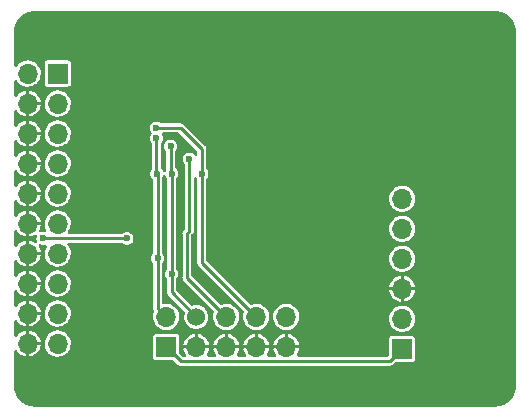
<source format=gbr>
%TF.GenerationSoftware,KiCad,Pcbnew,(6.0.1)*%
%TF.CreationDate,2023-01-19T10:52:25+01:00*%
%TF.ProjectId,swd-jlink-adapter,7377642d-6a6c-4696-9e6b-2d6164617074,rev?*%
%TF.SameCoordinates,Original*%
%TF.FileFunction,Copper,L2,Bot*%
%TF.FilePolarity,Positive*%
%FSLAX46Y46*%
G04 Gerber Fmt 4.6, Leading zero omitted, Abs format (unit mm)*
G04 Created by KiCad (PCBNEW (6.0.1)) date 2023-01-19 10:52:25*
%MOMM*%
%LPD*%
G01*
G04 APERTURE LIST*
%TA.AperFunction,ComponentPad*%
%ADD10O,1.700000X1.700000*%
%TD*%
%TA.AperFunction,ComponentPad*%
%ADD11C,1.524000*%
%TD*%
%TA.AperFunction,ComponentPad*%
%ADD12R,1.700000X1.700000*%
%TD*%
%TA.AperFunction,ViaPad*%
%ADD13C,0.800000*%
%TD*%
%TA.AperFunction,ViaPad*%
%ADD14C,0.600000*%
%TD*%
%TA.AperFunction,Conductor*%
%ADD15C,0.250000*%
%TD*%
G04 APERTURE END LIST*
D10*
%TO.P,J5,10,Pin_10*%
%TO.N,NRST*%
X150800000Y-94160000D03*
%TO.P,J5,9,Pin_9*%
%TO.N,GND*%
X150800000Y-96700000D03*
%TO.P,J5,8,Pin_8*%
%TO.N,TDI*%
X148260000Y-94160000D03*
%TO.P,J5,7,Pin_7*%
%TO.N,GND*%
X148260000Y-96700000D03*
%TO.P,J5,6,Pin_6*%
%TO.N,TDO{slash}SWO*%
X145720000Y-94160000D03*
%TO.P,J5,5,Pin_5*%
%TO.N,GND*%
X145720000Y-96700000D03*
D11*
%TO.P,J5,4,Pin_4*%
%TO.N,TCLK{slash}SWCLK*%
X143180000Y-94160000D03*
D10*
%TO.P,J5,3,Pin_3*%
%TO.N,GND*%
X143180000Y-96700000D03*
%TO.P,J5,2,Pin_2*%
%TO.N,TMS{slash}SWDIO*%
X140640000Y-94160000D03*
D12*
%TO.P,J5,1,Pin_1*%
%TO.N,VTREF*%
X140640000Y-96700000D03*
%TD*%
%TO.P,J2,1,Pin_1*%
%TO.N,VTREF*%
X160600000Y-96850000D03*
D10*
%TO.P,J2,2,Pin_2*%
%TO.N,TCLK{slash}SWCLK*%
X160600000Y-94310000D03*
%TO.P,J2,3,Pin_3*%
%TO.N,GND*%
X160600000Y-91770000D03*
%TO.P,J2,4,Pin_4*%
%TO.N,TMS{slash}SWDIO*%
X160600000Y-89230000D03*
%TO.P,J2,5,Pin_5*%
%TO.N,NRST*%
X160600000Y-86690000D03*
%TO.P,J2,6,Pin_6*%
%TO.N,TDO{slash}SWO*%
X160600000Y-84150000D03*
%TD*%
D12*
%TO.P,J1,1,Pin_1*%
%TO.N,VTREF*%
X131445000Y-73550000D03*
D10*
%TO.P,J1,2,Pin_2*%
X128905000Y-73550000D03*
%TO.P,J1,3,Pin_3*%
%TO.N,TRST*%
X131445000Y-76090000D03*
%TO.P,J1,4,Pin_4*%
%TO.N,GND*%
X128905000Y-76090000D03*
%TO.P,J1,5,Pin_5*%
%TO.N,TDI*%
X131445000Y-78630000D03*
%TO.P,J1,6,Pin_6*%
%TO.N,GND*%
X128905000Y-78630000D03*
%TO.P,J1,7,Pin_7*%
%TO.N,TMS{slash}SWDIO*%
X131445000Y-81170000D03*
%TO.P,J1,8,Pin_8*%
%TO.N,GND*%
X128905000Y-81170000D03*
%TO.P,J1,9,Pin_9*%
%TO.N,TCLK{slash}SWCLK*%
X131445000Y-83710000D03*
%TO.P,J1,10,Pin_10*%
%TO.N,GND*%
X128905000Y-83710000D03*
%TO.P,J1,11,Pin_11*%
%TO.N,RTCK*%
X131445000Y-86250000D03*
%TO.P,J1,12,Pin_12*%
%TO.N,GND*%
X128905000Y-86250000D03*
%TO.P,J1,13,Pin_13*%
%TO.N,TDO{slash}SWO*%
X131445000Y-88790000D03*
%TO.P,J1,14,Pin_14*%
%TO.N,GND*%
X128905000Y-88790000D03*
%TO.P,J1,15,Pin_15*%
%TO.N,NRST*%
X131445000Y-91330000D03*
%TO.P,J1,16,Pin_16*%
%TO.N,GND*%
X128905000Y-91330000D03*
%TO.P,J1,17,Pin_17*%
%TO.N,unconnected-(J1-Pad17)*%
X131445000Y-93870000D03*
%TO.P,J1,18,Pin_18*%
%TO.N,GND*%
X128905000Y-93870000D03*
%TO.P,J1,19,Pin_19*%
%TO.N,unconnected-(J1-Pad19)*%
X131445000Y-96410000D03*
%TO.P,J1,20,Pin_20*%
%TO.N,GND*%
X128905000Y-96410000D03*
%TD*%
D13*
%TO.N,GND*%
X144044000Y-72256000D03*
D14*
X137300000Y-88400000D03*
%TO.N,VTREF*%
X137300000Y-87500000D03*
X130200000Y-87500000D03*
%TO.N,GND*%
X143017500Y-87382500D03*
X133200000Y-83200000D03*
X138900000Y-89200000D03*
X133200000Y-85600000D03*
X147200000Y-79800000D03*
X150100000Y-82800000D03*
X141800000Y-91200000D03*
X138900000Y-82000000D03*
X141717500Y-87382500D03*
X133200000Y-80600000D03*
X141900000Y-81524500D03*
X144317500Y-87382500D03*
X133200000Y-88500000D03*
%TO.N,TDI*%
X143650000Y-82024500D03*
X139800000Y-78158411D03*
%TO.N,TMS{slash}SWDIO*%
X139841589Y-82024500D03*
X139900000Y-89200000D03*
X139800000Y-79024500D03*
%TO.N,TCLK{slash}SWCLK*%
X141089520Y-90510480D03*
X141000000Y-79700000D03*
X141100000Y-82024500D03*
%TO.N,TDO{slash}SWO*%
X142600000Y-80800000D03*
%TD*%
D15*
%TO.N,VTREF*%
X141844511Y-97904511D02*
X159545489Y-97904511D01*
X159545489Y-97904511D02*
X160600000Y-96850000D01*
X140670000Y-96730000D02*
X141844511Y-97904511D01*
X137300000Y-87500000D02*
X130200000Y-87500000D01*
%TO.N,TDI*%
X139800000Y-78158411D02*
X141858411Y-78158411D01*
X143650000Y-89550000D02*
X148260000Y-94160000D01*
X141858411Y-78158411D02*
X143650000Y-79950000D01*
X143650000Y-79950000D02*
X143650000Y-82024500D01*
X143650000Y-82024500D02*
X143650000Y-89550000D01*
%TO.N,TMS{slash}SWDIO*%
X139841589Y-82024500D02*
X139800000Y-81982911D01*
X139800000Y-81982911D02*
X139800000Y-79024500D01*
X139900000Y-89200000D02*
X139900000Y-93420000D01*
X139900000Y-82082911D02*
X139900000Y-89200000D01*
X139900000Y-93420000D02*
X140640000Y-94160000D01*
X139841589Y-82024500D02*
X139900000Y-82082911D01*
%TO.N,TCLK{slash}SWCLK*%
X141089520Y-82034980D02*
X141089520Y-90510480D01*
X141089520Y-92069520D02*
X143180000Y-94160000D01*
X141100000Y-82024500D02*
X141089520Y-82034980D01*
X141089520Y-90510480D02*
X141089520Y-92069520D01*
X141000000Y-81924500D02*
X141100000Y-82024500D01*
X141000000Y-79700000D02*
X141000000Y-81924500D01*
%TO.N,TDO{slash}SWO*%
X142600000Y-80800000D02*
X142600000Y-86916807D01*
X142600000Y-86916807D02*
X142392989Y-87123818D01*
X142392989Y-90832989D02*
X145720000Y-94160000D01*
X142392989Y-87123818D02*
X142392989Y-90832989D01*
%TD*%
%TA.AperFunction,Conductor*%
%TO.N,GND*%
G36*
X168487153Y-68256421D02*
G01*
X168500000Y-68258976D01*
X168512171Y-68256555D01*
X168524581Y-68256555D01*
X168524581Y-68257198D01*
X168535326Y-68256527D01*
X168739491Y-68271129D01*
X168757285Y-68273687D01*
X168983101Y-68322810D01*
X169000350Y-68327875D01*
X169083148Y-68358757D01*
X169216877Y-68408635D01*
X169233226Y-68416102D01*
X169436049Y-68526852D01*
X169451173Y-68536571D01*
X169636176Y-68675063D01*
X169649762Y-68686836D01*
X169813164Y-68850238D01*
X169824937Y-68863824D01*
X169963429Y-69048827D01*
X169973148Y-69063951D01*
X170083898Y-69266774D01*
X170091367Y-69283127D01*
X170172125Y-69499650D01*
X170177190Y-69516899D01*
X170226313Y-69742715D01*
X170228871Y-69760509D01*
X170243473Y-69964674D01*
X170242802Y-69975419D01*
X170243445Y-69975419D01*
X170243445Y-69987829D01*
X170241024Y-70000000D01*
X170243445Y-70012170D01*
X170243579Y-70012844D01*
X170246000Y-70037425D01*
X170246000Y-99962575D01*
X170243579Y-99987153D01*
X170241024Y-100000000D01*
X170243445Y-100012171D01*
X170243445Y-100024581D01*
X170242802Y-100024581D01*
X170243473Y-100035326D01*
X170228871Y-100239491D01*
X170226313Y-100257285D01*
X170177190Y-100483101D01*
X170172125Y-100500350D01*
X170091367Y-100716873D01*
X170083898Y-100733226D01*
X169973148Y-100936049D01*
X169963429Y-100951173D01*
X169824937Y-101136176D01*
X169813164Y-101149762D01*
X169649762Y-101313164D01*
X169636176Y-101324937D01*
X169451173Y-101463429D01*
X169436049Y-101473148D01*
X169233226Y-101583898D01*
X169216877Y-101591365D01*
X169083148Y-101641243D01*
X169000350Y-101672125D01*
X168983101Y-101677190D01*
X168757285Y-101726313D01*
X168739491Y-101728871D01*
X168535326Y-101743473D01*
X168524581Y-101742802D01*
X168524581Y-101743445D01*
X168512171Y-101743445D01*
X168500000Y-101741024D01*
X168487153Y-101743579D01*
X168462575Y-101746000D01*
X129537425Y-101746000D01*
X129512847Y-101743579D01*
X129500000Y-101741024D01*
X129487829Y-101743445D01*
X129475419Y-101743445D01*
X129475419Y-101742802D01*
X129464674Y-101743473D01*
X129260509Y-101728871D01*
X129242715Y-101726313D01*
X129016899Y-101677190D01*
X128999650Y-101672125D01*
X128916852Y-101641243D01*
X128783123Y-101591365D01*
X128766774Y-101583898D01*
X128563951Y-101473148D01*
X128548827Y-101463429D01*
X128363824Y-101324937D01*
X128350238Y-101313164D01*
X128186836Y-101149762D01*
X128175063Y-101136176D01*
X128036571Y-100951173D01*
X128026852Y-100936049D01*
X127916102Y-100733226D01*
X127908633Y-100716873D01*
X127827875Y-100500350D01*
X127822810Y-100483101D01*
X127773687Y-100257285D01*
X127771129Y-100239491D01*
X127756527Y-100035326D01*
X127757198Y-100024581D01*
X127756555Y-100024581D01*
X127756555Y-100012171D01*
X127758976Y-100000000D01*
X127756421Y-99987153D01*
X127754000Y-99962575D01*
X127754000Y-97090974D01*
X127774002Y-97022853D01*
X127827658Y-96976360D01*
X127897932Y-96966256D01*
X127962512Y-96995750D01*
X127982897Y-97018254D01*
X128058579Y-97125343D01*
X128066057Y-97134098D01*
X128203114Y-97267612D01*
X128212058Y-97274855D01*
X128371156Y-97381161D01*
X128381266Y-97386651D01*
X128557077Y-97462185D01*
X128568020Y-97465740D01*
X128754647Y-97507970D01*
X128761383Y-97508857D01*
X128775302Y-97505357D01*
X128775658Y-97504978D01*
X128778000Y-97495144D01*
X128778000Y-97489095D01*
X129032000Y-97489095D01*
X129035966Y-97502601D01*
X129049966Y-97504605D01*
X129158106Y-97488926D01*
X129169302Y-97486238D01*
X129350497Y-97424730D01*
X129360994Y-97420056D01*
X129527958Y-97326552D01*
X129537430Y-97320042D01*
X129684553Y-97197682D01*
X129692682Y-97189553D01*
X129815042Y-97042430D01*
X129821552Y-97032958D01*
X129915056Y-96865994D01*
X129919730Y-96855497D01*
X129981238Y-96674302D01*
X129983926Y-96663106D01*
X129999610Y-96554929D01*
X129997624Y-96540993D01*
X129984056Y-96537000D01*
X129050115Y-96537000D01*
X129034876Y-96541475D01*
X129033671Y-96542865D01*
X129032000Y-96550548D01*
X129032000Y-97489095D01*
X128778000Y-97489095D01*
X128778000Y-96380964D01*
X130336148Y-96380964D01*
X130349424Y-96583522D01*
X130350845Y-96589118D01*
X130350846Y-96589123D01*
X130371119Y-96668945D01*
X130399392Y-96780269D01*
X130401809Y-96785512D01*
X130438912Y-96865994D01*
X130484377Y-96964616D01*
X130601533Y-97130389D01*
X130605675Y-97134424D01*
X130662267Y-97189553D01*
X130746938Y-97272035D01*
X130751742Y-97275245D01*
X130828528Y-97326552D01*
X130915720Y-97384812D01*
X130921023Y-97387090D01*
X130921026Y-97387092D01*
X131078412Y-97454710D01*
X131102228Y-97464942D01*
X131175244Y-97481464D01*
X131294579Y-97508467D01*
X131294584Y-97508468D01*
X131300216Y-97509742D01*
X131305987Y-97509969D01*
X131305989Y-97509969D01*
X131365756Y-97512317D01*
X131503053Y-97517712D01*
X131607272Y-97502601D01*
X131698231Y-97489413D01*
X131698236Y-97489412D01*
X131703945Y-97488584D01*
X131709409Y-97486729D01*
X131709414Y-97486728D01*
X131890693Y-97425192D01*
X131890698Y-97425190D01*
X131896165Y-97423334D01*
X131902019Y-97420056D01*
X131971617Y-97381079D01*
X132073276Y-97324147D01*
X132096646Y-97304711D01*
X132224913Y-97198031D01*
X132229345Y-97194345D01*
X132286734Y-97125343D01*
X132355453Y-97042718D01*
X132355455Y-97042715D01*
X132359147Y-97038276D01*
X132458334Y-96861165D01*
X132460190Y-96855698D01*
X132460192Y-96855693D01*
X132521728Y-96674414D01*
X132521729Y-96674409D01*
X132523584Y-96668945D01*
X132524412Y-96663236D01*
X132524413Y-96663231D01*
X132552179Y-96471727D01*
X132552712Y-96468053D01*
X132554232Y-96410000D01*
X132540898Y-96264885D01*
X132536187Y-96213613D01*
X132536186Y-96213610D01*
X132535658Y-96207859D01*
X132534090Y-96202299D01*
X132482125Y-96018046D01*
X132482124Y-96018044D01*
X132480557Y-96012487D01*
X132469978Y-95991033D01*
X132393331Y-95835609D01*
X132390776Y-95830428D01*
X132386674Y-95824934D01*
X132386673Y-95824933D01*
X139535500Y-95824933D01*
X139535501Y-97575066D01*
X139550266Y-97649301D01*
X139606516Y-97733484D01*
X139690699Y-97789734D01*
X139764933Y-97804500D01*
X139917854Y-97804500D01*
X141155615Y-97804499D01*
X141223736Y-97824501D01*
X141244710Y-97841404D01*
X141538033Y-98134727D01*
X141553175Y-98153475D01*
X141554290Y-98154700D01*
X141559940Y-98163451D01*
X141568118Y-98169898D01*
X141568120Y-98169900D01*
X141586311Y-98184240D01*
X141590755Y-98188189D01*
X141590817Y-98188115D01*
X141594774Y-98191468D01*
X141598455Y-98195149D01*
X141614165Y-98206376D01*
X141618891Y-98209924D01*
X141659158Y-98241667D01*
X141667795Y-98244700D01*
X141675245Y-98250024D01*
X141685221Y-98253008D01*
X141685222Y-98253008D01*
X141700557Y-98257594D01*
X141724360Y-98264713D01*
X141729997Y-98266545D01*
X141770710Y-98280842D01*
X141778362Y-98283529D01*
X141783927Y-98284011D01*
X141786635Y-98284011D01*
X141789269Y-98284125D01*
X141789367Y-98284154D01*
X141789360Y-98284318D01*
X141790064Y-98284362D01*
X141796289Y-98286224D01*
X141850146Y-98284108D01*
X141855093Y-98284011D01*
X159491569Y-98284011D01*
X159515517Y-98286560D01*
X159517182Y-98286639D01*
X159527365Y-98288831D01*
X159537706Y-98287607D01*
X159560712Y-98284884D01*
X159566643Y-98284534D01*
X159566635Y-98284439D01*
X159571813Y-98284011D01*
X159577013Y-98284011D01*
X159582142Y-98283157D01*
X159582145Y-98283157D01*
X159596054Y-98280842D01*
X159601932Y-98280005D01*
X159642490Y-98275205D01*
X159642491Y-98275205D01*
X159652830Y-98273981D01*
X159661082Y-98270018D01*
X159670115Y-98268515D01*
X159679284Y-98263568D01*
X159679286Y-98263567D01*
X159715221Y-98244177D01*
X159720514Y-98241480D01*
X159759571Y-98222726D01*
X159759575Y-98222723D01*
X159766721Y-98219292D01*
X159770997Y-98215697D01*
X159772920Y-98213774D01*
X159774852Y-98212002D01*
X159774931Y-98211959D01*
X159775044Y-98212083D01*
X159775584Y-98211607D01*
X159781303Y-98208521D01*
X159817906Y-98168924D01*
X159821335Y-98165359D01*
X159995289Y-97991405D01*
X160057601Y-97957379D01*
X160084384Y-97954500D01*
X161322101Y-97954499D01*
X161475066Y-97954499D01*
X161510818Y-97947388D01*
X161537126Y-97942156D01*
X161537128Y-97942155D01*
X161549301Y-97939734D01*
X161559621Y-97932839D01*
X161559622Y-97932838D01*
X161623168Y-97890377D01*
X161633484Y-97883484D01*
X161689734Y-97799301D01*
X161704500Y-97725067D01*
X161704499Y-95974934D01*
X161689734Y-95900699D01*
X161633484Y-95816516D01*
X161549301Y-95760266D01*
X161475067Y-95745500D01*
X160600142Y-95745500D01*
X159724934Y-95745501D01*
X159698800Y-95750699D01*
X159662874Y-95757844D01*
X159662872Y-95757845D01*
X159650699Y-95760266D01*
X159640379Y-95767161D01*
X159640378Y-95767162D01*
X159591139Y-95800063D01*
X159566516Y-95816516D01*
X159510266Y-95900699D01*
X159495500Y-95974933D01*
X159495501Y-96674414D01*
X159495501Y-97365615D01*
X159475499Y-97433736D01*
X159458596Y-97454710D01*
X159425200Y-97488106D01*
X159362888Y-97522132D01*
X159336105Y-97525011D01*
X151817171Y-97525011D01*
X151749050Y-97505009D01*
X151702557Y-97451353D01*
X151692453Y-97381079D01*
X151713332Y-97327643D01*
X151716553Y-97322956D01*
X151810056Y-97155994D01*
X151814730Y-97145497D01*
X151876238Y-96964302D01*
X151878926Y-96953106D01*
X151894610Y-96844929D01*
X151892624Y-96830993D01*
X151879056Y-96827000D01*
X149719991Y-96827000D01*
X149704951Y-96831416D01*
X149702899Y-96842602D01*
X149704542Y-96867676D01*
X149706343Y-96879046D01*
X149753443Y-97064502D01*
X149757284Y-97075348D01*
X149837394Y-97249120D01*
X149843145Y-97259081D01*
X149890644Y-97326291D01*
X149913625Y-97393465D01*
X149896640Y-97462400D01*
X149845083Y-97511210D01*
X149787747Y-97525011D01*
X149277171Y-97525011D01*
X149209050Y-97505009D01*
X149162557Y-97451353D01*
X149152453Y-97381079D01*
X149173332Y-97327643D01*
X149176553Y-97322956D01*
X149270056Y-97155994D01*
X149274730Y-97145497D01*
X149336238Y-96964302D01*
X149338926Y-96953106D01*
X149354610Y-96844929D01*
X149352624Y-96830993D01*
X149339056Y-96827000D01*
X147179991Y-96827000D01*
X147164951Y-96831416D01*
X147162899Y-96842602D01*
X147164542Y-96867676D01*
X147166343Y-96879046D01*
X147213443Y-97064502D01*
X147217284Y-97075348D01*
X147297394Y-97249120D01*
X147303145Y-97259081D01*
X147350644Y-97326291D01*
X147373625Y-97393465D01*
X147356640Y-97462400D01*
X147305083Y-97511210D01*
X147247747Y-97525011D01*
X146737171Y-97525011D01*
X146669050Y-97505009D01*
X146622557Y-97451353D01*
X146612453Y-97381079D01*
X146633332Y-97327643D01*
X146636553Y-97322956D01*
X146730056Y-97155994D01*
X146734730Y-97145497D01*
X146796238Y-96964302D01*
X146798926Y-96953106D01*
X146814610Y-96844929D01*
X146812624Y-96830993D01*
X146799056Y-96827000D01*
X144639991Y-96827000D01*
X144624951Y-96831416D01*
X144622899Y-96842602D01*
X144624542Y-96867676D01*
X144626343Y-96879046D01*
X144673443Y-97064502D01*
X144677284Y-97075348D01*
X144757394Y-97249120D01*
X144763145Y-97259081D01*
X144810644Y-97326291D01*
X144833625Y-97393465D01*
X144816640Y-97462400D01*
X144765083Y-97511210D01*
X144707747Y-97525011D01*
X144197171Y-97525011D01*
X144129050Y-97505009D01*
X144082557Y-97451353D01*
X144072453Y-97381079D01*
X144093332Y-97327643D01*
X144096553Y-97322956D01*
X144190056Y-97155994D01*
X144194730Y-97145497D01*
X144256238Y-96964302D01*
X144258926Y-96953106D01*
X144274610Y-96844929D01*
X144272624Y-96830993D01*
X144259056Y-96827000D01*
X142099991Y-96827000D01*
X142084951Y-96831416D01*
X142082899Y-96842602D01*
X142084542Y-96867676D01*
X142086343Y-96879046D01*
X142133443Y-97064502D01*
X142137284Y-97075348D01*
X142217394Y-97249120D01*
X142223145Y-97259081D01*
X142270644Y-97326291D01*
X142293625Y-97393465D01*
X142276640Y-97462400D01*
X142225083Y-97511210D01*
X142167747Y-97525011D01*
X142053895Y-97525011D01*
X141985774Y-97505009D01*
X141964800Y-97488106D01*
X141781405Y-97304711D01*
X141747379Y-97242399D01*
X141744500Y-97215616D01*
X141744500Y-96555012D01*
X142085375Y-96555012D01*
X142087817Y-96569431D01*
X142100559Y-96573000D01*
X143034885Y-96573000D01*
X143050124Y-96568525D01*
X143051329Y-96567135D01*
X143053000Y-96559452D01*
X143053000Y-96554885D01*
X143307000Y-96554885D01*
X143311475Y-96570124D01*
X143312865Y-96571329D01*
X143320548Y-96573000D01*
X144258945Y-96573000D01*
X144273490Y-96568729D01*
X144275553Y-96556595D01*
X144275408Y-96555012D01*
X144625375Y-96555012D01*
X144627817Y-96569431D01*
X144640559Y-96573000D01*
X145574885Y-96573000D01*
X145590124Y-96568525D01*
X145591329Y-96567135D01*
X145593000Y-96559452D01*
X145593000Y-96554885D01*
X145847000Y-96554885D01*
X145851475Y-96570124D01*
X145852865Y-96571329D01*
X145860548Y-96573000D01*
X146798945Y-96573000D01*
X146813490Y-96568729D01*
X146815553Y-96556595D01*
X146815408Y-96555012D01*
X147165375Y-96555012D01*
X147167817Y-96569431D01*
X147180559Y-96573000D01*
X148114885Y-96573000D01*
X148130124Y-96568525D01*
X148131329Y-96567135D01*
X148133000Y-96559452D01*
X148133000Y-96554885D01*
X148387000Y-96554885D01*
X148391475Y-96570124D01*
X148392865Y-96571329D01*
X148400548Y-96573000D01*
X149338945Y-96573000D01*
X149353490Y-96568729D01*
X149355553Y-96556595D01*
X149355408Y-96555012D01*
X149705375Y-96555012D01*
X149707817Y-96569431D01*
X149720559Y-96573000D01*
X150654885Y-96573000D01*
X150670124Y-96568525D01*
X150671329Y-96567135D01*
X150673000Y-96559452D01*
X150673000Y-96554885D01*
X150927000Y-96554885D01*
X150931475Y-96570124D01*
X150932865Y-96571329D01*
X150940548Y-96573000D01*
X151878945Y-96573000D01*
X151893490Y-96568729D01*
X151895553Y-96556595D01*
X151890693Y-96503707D01*
X151888595Y-96492386D01*
X151836658Y-96308231D01*
X151832533Y-96297484D01*
X151747903Y-96125871D01*
X151741893Y-96116063D01*
X151627400Y-95962739D01*
X151619710Y-95954199D01*
X151479192Y-95824304D01*
X151470067Y-95817303D01*
X151308236Y-95715195D01*
X151297989Y-95709974D01*
X151120260Y-95639068D01*
X151109232Y-95635801D01*
X150944769Y-95603088D01*
X150931894Y-95604240D01*
X150927000Y-95619396D01*
X150927000Y-96554885D01*
X150673000Y-96554885D01*
X150673000Y-95619678D01*
X150669194Y-95606716D01*
X150654278Y-95604780D01*
X150518737Y-95628070D01*
X150507617Y-95631050D01*
X150328095Y-95697279D01*
X150317717Y-95702229D01*
X150153273Y-95800063D01*
X150143961Y-95806829D01*
X150000097Y-95932994D01*
X149992180Y-95941337D01*
X149873718Y-96091605D01*
X149867450Y-96101256D01*
X149778360Y-96270589D01*
X149773951Y-96281232D01*
X149717210Y-96463967D01*
X149714820Y-96475211D01*
X149705375Y-96555012D01*
X149355408Y-96555012D01*
X149350693Y-96503707D01*
X149348595Y-96492386D01*
X149296658Y-96308231D01*
X149292533Y-96297484D01*
X149207903Y-96125871D01*
X149201893Y-96116063D01*
X149087400Y-95962739D01*
X149079710Y-95954199D01*
X148939192Y-95824304D01*
X148930067Y-95817303D01*
X148768236Y-95715195D01*
X148757989Y-95709974D01*
X148580260Y-95639068D01*
X148569232Y-95635801D01*
X148404769Y-95603088D01*
X148391894Y-95604240D01*
X148387000Y-95619396D01*
X148387000Y-96554885D01*
X148133000Y-96554885D01*
X148133000Y-95619678D01*
X148129194Y-95606716D01*
X148114278Y-95604780D01*
X147978737Y-95628070D01*
X147967617Y-95631050D01*
X147788095Y-95697279D01*
X147777717Y-95702229D01*
X147613273Y-95800063D01*
X147603961Y-95806829D01*
X147460097Y-95932994D01*
X147452180Y-95941337D01*
X147333718Y-96091605D01*
X147327450Y-96101256D01*
X147238360Y-96270589D01*
X147233951Y-96281232D01*
X147177210Y-96463967D01*
X147174820Y-96475211D01*
X147165375Y-96555012D01*
X146815408Y-96555012D01*
X146810693Y-96503707D01*
X146808595Y-96492386D01*
X146756658Y-96308231D01*
X146752533Y-96297484D01*
X146667903Y-96125871D01*
X146661893Y-96116063D01*
X146547400Y-95962739D01*
X146539710Y-95954199D01*
X146399192Y-95824304D01*
X146390067Y-95817303D01*
X146228236Y-95715195D01*
X146217989Y-95709974D01*
X146040260Y-95639068D01*
X146029232Y-95635801D01*
X145864769Y-95603088D01*
X145851894Y-95604240D01*
X145847000Y-95619396D01*
X145847000Y-96554885D01*
X145593000Y-96554885D01*
X145593000Y-95619678D01*
X145589194Y-95606716D01*
X145574278Y-95604780D01*
X145438737Y-95628070D01*
X145427617Y-95631050D01*
X145248095Y-95697279D01*
X145237717Y-95702229D01*
X145073273Y-95800063D01*
X145063961Y-95806829D01*
X144920097Y-95932994D01*
X144912180Y-95941337D01*
X144793718Y-96091605D01*
X144787450Y-96101256D01*
X144698360Y-96270589D01*
X144693951Y-96281232D01*
X144637210Y-96463967D01*
X144634820Y-96475211D01*
X144625375Y-96555012D01*
X144275408Y-96555012D01*
X144270693Y-96503707D01*
X144268595Y-96492386D01*
X144216658Y-96308231D01*
X144212533Y-96297484D01*
X144127903Y-96125871D01*
X144121893Y-96116063D01*
X144007400Y-95962739D01*
X143999710Y-95954199D01*
X143859192Y-95824304D01*
X143850067Y-95817303D01*
X143688236Y-95715195D01*
X143677989Y-95709974D01*
X143500260Y-95639068D01*
X143489232Y-95635801D01*
X143324769Y-95603088D01*
X143311894Y-95604240D01*
X143307000Y-95619396D01*
X143307000Y-96554885D01*
X143053000Y-96554885D01*
X143053000Y-95619678D01*
X143049194Y-95606716D01*
X143034278Y-95604780D01*
X142898737Y-95628070D01*
X142887617Y-95631050D01*
X142708095Y-95697279D01*
X142697717Y-95702229D01*
X142533273Y-95800063D01*
X142523961Y-95806829D01*
X142380097Y-95932994D01*
X142372180Y-95941337D01*
X142253718Y-96091605D01*
X142247450Y-96101256D01*
X142158360Y-96270589D01*
X142153951Y-96281232D01*
X142097210Y-96463967D01*
X142094820Y-96475211D01*
X142085375Y-96555012D01*
X141744500Y-96555012D01*
X141744499Y-95831123D01*
X141744499Y-95824934D01*
X141737388Y-95789182D01*
X141732156Y-95762874D01*
X141732155Y-95762872D01*
X141729734Y-95750699D01*
X141694040Y-95697279D01*
X141680377Y-95676832D01*
X141673484Y-95666516D01*
X141589301Y-95610266D01*
X141515067Y-95595500D01*
X140640142Y-95595500D01*
X139764934Y-95595501D01*
X139729182Y-95602612D01*
X139702874Y-95607844D01*
X139702872Y-95607845D01*
X139690699Y-95610266D01*
X139680379Y-95617161D01*
X139680378Y-95617162D01*
X139629233Y-95651337D01*
X139606516Y-95666516D01*
X139550266Y-95750699D01*
X139535500Y-95824933D01*
X132386673Y-95824933D01*
X132323532Y-95740378D01*
X132269320Y-95667779D01*
X132120258Y-95529987D01*
X132115375Y-95526906D01*
X132115371Y-95526903D01*
X131969728Y-95435010D01*
X131948581Y-95421667D01*
X131760039Y-95346446D01*
X131754379Y-95345320D01*
X131754375Y-95345319D01*
X131566613Y-95307971D01*
X131566610Y-95307971D01*
X131560946Y-95306844D01*
X131555171Y-95306768D01*
X131555167Y-95306768D01*
X131453793Y-95305441D01*
X131357971Y-95304187D01*
X131352274Y-95305166D01*
X131352273Y-95305166D01*
X131211264Y-95329396D01*
X131157910Y-95338564D01*
X130967463Y-95408824D01*
X130962502Y-95411776D01*
X130962501Y-95411776D01*
X130949473Y-95419527D01*
X130793010Y-95512612D01*
X130788670Y-95516418D01*
X130788666Y-95516421D01*
X130648815Y-95639068D01*
X130640392Y-95646455D01*
X130514720Y-95805869D01*
X130512031Y-95810980D01*
X130512029Y-95810983D01*
X130501433Y-95831123D01*
X130420203Y-95985515D01*
X130360007Y-96179378D01*
X130336148Y-96380964D01*
X128778000Y-96380964D01*
X128778000Y-96264885D01*
X129032000Y-96264885D01*
X129036475Y-96280124D01*
X129037865Y-96281329D01*
X129045548Y-96283000D01*
X129983945Y-96283000D01*
X129998490Y-96278729D01*
X130000553Y-96266595D01*
X129995693Y-96213707D01*
X129993595Y-96202386D01*
X129941658Y-96018231D01*
X129937533Y-96007484D01*
X129852903Y-95835871D01*
X129846893Y-95826063D01*
X129732400Y-95672739D01*
X129724710Y-95664199D01*
X129584192Y-95534304D01*
X129575067Y-95527303D01*
X129413236Y-95425195D01*
X129402989Y-95419974D01*
X129225260Y-95349068D01*
X129214232Y-95345801D01*
X129049769Y-95313088D01*
X129036894Y-95314240D01*
X129032000Y-95329396D01*
X129032000Y-96264885D01*
X128778000Y-96264885D01*
X128778000Y-95329678D01*
X128774194Y-95316716D01*
X128759278Y-95314780D01*
X128623737Y-95338070D01*
X128612617Y-95341050D01*
X128433095Y-95407279D01*
X128422717Y-95412229D01*
X128258273Y-95510063D01*
X128248961Y-95516829D01*
X128105097Y-95642994D01*
X128097180Y-95651337D01*
X127978950Y-95801310D01*
X127921068Y-95842423D01*
X127850148Y-95845717D01*
X127788706Y-95810145D01*
X127756249Y-95747002D01*
X127754000Y-95723304D01*
X127754000Y-94550974D01*
X127774002Y-94482853D01*
X127827658Y-94436360D01*
X127897932Y-94426256D01*
X127962512Y-94455750D01*
X127982897Y-94478254D01*
X128058579Y-94585343D01*
X128066057Y-94594098D01*
X128203114Y-94727612D01*
X128212058Y-94734855D01*
X128371156Y-94841161D01*
X128381266Y-94846651D01*
X128557077Y-94922185D01*
X128568020Y-94925740D01*
X128754647Y-94967970D01*
X128761383Y-94968857D01*
X128775302Y-94965357D01*
X128775658Y-94964978D01*
X128778000Y-94955144D01*
X128778000Y-94949095D01*
X129032000Y-94949095D01*
X129035966Y-94962601D01*
X129049966Y-94964605D01*
X129158106Y-94948926D01*
X129169302Y-94946238D01*
X129350497Y-94884730D01*
X129360994Y-94880056D01*
X129527958Y-94786552D01*
X129537430Y-94780042D01*
X129684553Y-94657682D01*
X129692682Y-94649553D01*
X129815042Y-94502430D01*
X129821552Y-94492958D01*
X129915056Y-94325994D01*
X129919730Y-94315497D01*
X129981238Y-94134302D01*
X129983926Y-94123106D01*
X129999610Y-94014929D01*
X129997624Y-94000993D01*
X129984056Y-93997000D01*
X129050115Y-93997000D01*
X129034876Y-94001475D01*
X129033671Y-94002865D01*
X129032000Y-94010548D01*
X129032000Y-94949095D01*
X128778000Y-94949095D01*
X128778000Y-93840964D01*
X130336148Y-93840964D01*
X130349424Y-94043522D01*
X130350845Y-94049118D01*
X130350846Y-94049123D01*
X130378120Y-94156513D01*
X130399392Y-94240269D01*
X130401809Y-94245512D01*
X130450120Y-94350306D01*
X130484377Y-94424616D01*
X130487710Y-94429332D01*
X130555091Y-94524674D01*
X130601533Y-94590389D01*
X130746938Y-94732035D01*
X130751742Y-94735245D01*
X130790534Y-94761165D01*
X130915720Y-94844812D01*
X130921023Y-94847090D01*
X130921026Y-94847092D01*
X131052264Y-94903476D01*
X131102228Y-94924942D01*
X131175244Y-94941464D01*
X131294579Y-94968467D01*
X131294584Y-94968468D01*
X131300216Y-94969742D01*
X131305987Y-94969969D01*
X131305989Y-94969969D01*
X131365756Y-94972317D01*
X131503053Y-94977712D01*
X131607272Y-94962601D01*
X131698231Y-94949413D01*
X131698236Y-94949412D01*
X131703945Y-94948584D01*
X131709409Y-94946729D01*
X131709414Y-94946728D01*
X131890693Y-94885192D01*
X131890698Y-94885190D01*
X131896165Y-94883334D01*
X131902019Y-94880056D01*
X132065903Y-94788276D01*
X132073276Y-94784147D01*
X132094846Y-94766208D01*
X132224913Y-94658031D01*
X132229345Y-94654345D01*
X132305124Y-94563231D01*
X132355453Y-94502718D01*
X132355455Y-94502715D01*
X132359147Y-94498276D01*
X132430018Y-94371727D01*
X132455510Y-94326208D01*
X132455511Y-94326206D01*
X132458334Y-94321165D01*
X132460190Y-94315698D01*
X132460192Y-94315693D01*
X132521728Y-94134414D01*
X132521729Y-94134409D01*
X132523584Y-94128945D01*
X132524412Y-94123236D01*
X132524413Y-94123231D01*
X132548703Y-93955702D01*
X132552712Y-93928053D01*
X132554232Y-93870000D01*
X132538196Y-93695483D01*
X132536187Y-93673613D01*
X132536186Y-93673610D01*
X132535658Y-93667859D01*
X132529354Y-93645508D01*
X132482125Y-93478046D01*
X132482124Y-93478044D01*
X132480557Y-93472487D01*
X132472751Y-93456656D01*
X132393331Y-93295609D01*
X132390776Y-93290428D01*
X132380677Y-93276903D01*
X132336984Y-93218392D01*
X132269320Y-93127779D01*
X132120258Y-92989987D01*
X132115375Y-92986906D01*
X132115371Y-92986903D01*
X131969728Y-92895010D01*
X131948581Y-92881667D01*
X131760039Y-92806446D01*
X131754379Y-92805320D01*
X131754375Y-92805319D01*
X131566613Y-92767971D01*
X131566610Y-92767971D01*
X131560946Y-92766844D01*
X131555171Y-92766768D01*
X131555167Y-92766768D01*
X131453793Y-92765441D01*
X131357971Y-92764187D01*
X131352274Y-92765166D01*
X131352273Y-92765166D01*
X131211264Y-92789396D01*
X131157910Y-92798564D01*
X130967463Y-92868824D01*
X130793010Y-92972612D01*
X130788670Y-92976418D01*
X130788666Y-92976421D01*
X130661909Y-93087585D01*
X130640392Y-93106455D01*
X130514720Y-93265869D01*
X130512031Y-93270980D01*
X130512029Y-93270983D01*
X130487747Y-93317135D01*
X130420203Y-93445515D01*
X130360007Y-93639378D01*
X130336148Y-93840964D01*
X128778000Y-93840964D01*
X128778000Y-93724885D01*
X129032000Y-93724885D01*
X129036475Y-93740124D01*
X129037865Y-93741329D01*
X129045548Y-93743000D01*
X129983945Y-93743000D01*
X129998490Y-93738729D01*
X130000553Y-93726595D01*
X129995693Y-93673707D01*
X129993595Y-93662386D01*
X129941658Y-93478231D01*
X129937533Y-93467484D01*
X129852903Y-93295871D01*
X129846893Y-93286063D01*
X129732400Y-93132739D01*
X129724710Y-93124199D01*
X129584192Y-92994304D01*
X129575067Y-92987303D01*
X129413236Y-92885195D01*
X129402989Y-92879974D01*
X129225260Y-92809068D01*
X129214232Y-92805801D01*
X129049769Y-92773088D01*
X129036894Y-92774240D01*
X129032000Y-92789396D01*
X129032000Y-93724885D01*
X128778000Y-93724885D01*
X128778000Y-92789678D01*
X128774194Y-92776716D01*
X128759278Y-92774780D01*
X128623737Y-92798070D01*
X128612617Y-92801050D01*
X128433095Y-92867279D01*
X128422717Y-92872229D01*
X128258273Y-92970063D01*
X128248961Y-92976829D01*
X128105097Y-93102994D01*
X128097180Y-93111337D01*
X127978950Y-93261310D01*
X127921068Y-93302423D01*
X127850148Y-93305717D01*
X127788706Y-93270145D01*
X127756249Y-93207002D01*
X127754000Y-93183304D01*
X127754000Y-92010974D01*
X127774002Y-91942853D01*
X127827658Y-91896360D01*
X127897932Y-91886256D01*
X127962512Y-91915750D01*
X127982897Y-91938254D01*
X128058579Y-92045343D01*
X128066057Y-92054098D01*
X128203114Y-92187612D01*
X128212058Y-92194855D01*
X128371156Y-92301161D01*
X128381266Y-92306651D01*
X128557077Y-92382185D01*
X128568020Y-92385740D01*
X128754647Y-92427970D01*
X128761383Y-92428857D01*
X128775302Y-92425357D01*
X128775658Y-92424978D01*
X128778000Y-92415144D01*
X128778000Y-92409095D01*
X129032000Y-92409095D01*
X129035966Y-92422601D01*
X129049966Y-92424605D01*
X129158106Y-92408926D01*
X129169302Y-92406238D01*
X129350497Y-92344730D01*
X129360994Y-92340056D01*
X129527958Y-92246552D01*
X129537430Y-92240042D01*
X129684553Y-92117682D01*
X129692682Y-92109553D01*
X129815042Y-91962430D01*
X129821552Y-91952958D01*
X129915056Y-91785994D01*
X129919730Y-91775497D01*
X129981238Y-91594302D01*
X129983926Y-91583106D01*
X129999610Y-91474929D01*
X129997624Y-91460993D01*
X129984056Y-91457000D01*
X129050115Y-91457000D01*
X129034876Y-91461475D01*
X129033671Y-91462865D01*
X129032000Y-91470548D01*
X129032000Y-92409095D01*
X128778000Y-92409095D01*
X128778000Y-91300964D01*
X130336148Y-91300964D01*
X130349424Y-91503522D01*
X130350845Y-91509118D01*
X130350846Y-91509123D01*
X130383941Y-91639431D01*
X130399392Y-91700269D01*
X130401809Y-91705512D01*
X130438912Y-91785994D01*
X130484377Y-91884616D01*
X130601533Y-92050389D01*
X130746938Y-92192035D01*
X130915720Y-92304812D01*
X130921023Y-92307090D01*
X130921026Y-92307092D01*
X131009707Y-92345192D01*
X131102228Y-92384942D01*
X131137654Y-92392958D01*
X131294579Y-92428467D01*
X131294584Y-92428468D01*
X131300216Y-92429742D01*
X131305987Y-92429969D01*
X131305989Y-92429969D01*
X131365756Y-92432317D01*
X131503053Y-92437712D01*
X131607272Y-92422601D01*
X131698231Y-92409413D01*
X131698236Y-92409412D01*
X131703945Y-92408584D01*
X131709409Y-92406729D01*
X131709414Y-92406728D01*
X131890693Y-92345192D01*
X131890698Y-92345190D01*
X131896165Y-92343334D01*
X131902019Y-92340056D01*
X131975424Y-92298947D01*
X132073276Y-92244147D01*
X132095103Y-92225994D01*
X132224913Y-92118031D01*
X132229345Y-92114345D01*
X132279452Y-92054098D01*
X132355453Y-91962718D01*
X132355455Y-91962715D01*
X132359147Y-91958276D01*
X132458334Y-91781165D01*
X132460190Y-91775698D01*
X132460192Y-91775693D01*
X132521728Y-91594414D01*
X132521729Y-91594409D01*
X132523584Y-91588945D01*
X132524412Y-91583236D01*
X132524413Y-91583231D01*
X132552179Y-91391727D01*
X132552712Y-91388053D01*
X132554232Y-91330000D01*
X132538759Y-91161605D01*
X132536187Y-91133613D01*
X132536186Y-91133610D01*
X132535658Y-91127859D01*
X132529325Y-91105405D01*
X132482125Y-90938046D01*
X132482124Y-90938044D01*
X132480557Y-90932487D01*
X132469978Y-90911033D01*
X132393331Y-90755609D01*
X132390776Y-90750428D01*
X132269320Y-90587779D01*
X132120258Y-90449987D01*
X132115375Y-90446906D01*
X132115371Y-90446903D01*
X131969728Y-90355010D01*
X131948581Y-90341667D01*
X131760039Y-90266446D01*
X131754379Y-90265320D01*
X131754375Y-90265319D01*
X131566613Y-90227971D01*
X131566610Y-90227971D01*
X131560946Y-90226844D01*
X131555171Y-90226768D01*
X131555167Y-90226768D01*
X131453793Y-90225441D01*
X131357971Y-90224187D01*
X131352274Y-90225166D01*
X131352273Y-90225166D01*
X131211264Y-90249396D01*
X131157910Y-90258564D01*
X130967463Y-90328824D01*
X130962502Y-90331776D01*
X130962501Y-90331776D01*
X130949473Y-90339527D01*
X130793010Y-90432612D01*
X130788670Y-90436418D01*
X130788666Y-90436421D01*
X130697553Y-90516326D01*
X130640392Y-90566455D01*
X130514720Y-90725869D01*
X130512031Y-90730980D01*
X130512029Y-90730983D01*
X130479675Y-90792478D01*
X130420203Y-90905515D01*
X130360007Y-91099378D01*
X130336148Y-91300964D01*
X128778000Y-91300964D01*
X128778000Y-91184885D01*
X129032000Y-91184885D01*
X129036475Y-91200124D01*
X129037865Y-91201329D01*
X129045548Y-91203000D01*
X129983945Y-91203000D01*
X129998490Y-91198729D01*
X130000553Y-91186595D01*
X129995693Y-91133707D01*
X129993595Y-91122386D01*
X129941658Y-90938231D01*
X129937533Y-90927484D01*
X129852903Y-90755871D01*
X129846893Y-90746063D01*
X129732400Y-90592739D01*
X129724710Y-90584199D01*
X129584192Y-90454304D01*
X129575067Y-90447303D01*
X129413236Y-90345195D01*
X129402989Y-90339974D01*
X129225260Y-90269068D01*
X129214232Y-90265801D01*
X129049769Y-90233088D01*
X129036894Y-90234240D01*
X129032000Y-90249396D01*
X129032000Y-91184885D01*
X128778000Y-91184885D01*
X128778000Y-90249678D01*
X128774194Y-90236716D01*
X128759278Y-90234780D01*
X128623737Y-90258070D01*
X128612617Y-90261050D01*
X128433095Y-90327279D01*
X128422717Y-90332229D01*
X128258273Y-90430063D01*
X128248961Y-90436829D01*
X128105097Y-90562994D01*
X128097180Y-90571337D01*
X127978950Y-90721310D01*
X127921068Y-90762423D01*
X127850148Y-90765717D01*
X127788706Y-90730145D01*
X127756249Y-90667002D01*
X127754000Y-90643304D01*
X127754000Y-89470974D01*
X127774002Y-89402853D01*
X127827658Y-89356360D01*
X127897932Y-89346256D01*
X127962512Y-89375750D01*
X127982897Y-89398254D01*
X128058579Y-89505343D01*
X128066057Y-89514098D01*
X128203114Y-89647612D01*
X128212058Y-89654855D01*
X128371156Y-89761161D01*
X128381266Y-89766651D01*
X128557077Y-89842185D01*
X128568020Y-89845740D01*
X128754647Y-89887970D01*
X128761383Y-89888857D01*
X128775302Y-89885357D01*
X128775658Y-89884978D01*
X128778000Y-89875144D01*
X128778000Y-89869095D01*
X129032000Y-89869095D01*
X129035966Y-89882601D01*
X129049966Y-89884605D01*
X129158106Y-89868926D01*
X129169302Y-89866238D01*
X129350497Y-89804730D01*
X129360994Y-89800056D01*
X129527958Y-89706552D01*
X129537430Y-89700042D01*
X129684553Y-89577682D01*
X129692682Y-89569553D01*
X129815042Y-89422430D01*
X129821552Y-89412958D01*
X129915056Y-89245994D01*
X129919730Y-89235497D01*
X129981238Y-89054302D01*
X129983926Y-89043106D01*
X129999610Y-88934929D01*
X129997624Y-88920993D01*
X129984056Y-88917000D01*
X129050115Y-88917000D01*
X129034876Y-88921475D01*
X129033671Y-88922865D01*
X129032000Y-88930548D01*
X129032000Y-89869095D01*
X128778000Y-89869095D01*
X128778000Y-88644885D01*
X129032000Y-88644885D01*
X129036475Y-88660124D01*
X129037865Y-88661329D01*
X129045548Y-88663000D01*
X129983945Y-88663000D01*
X129998490Y-88658729D01*
X130000553Y-88646595D01*
X129995693Y-88593707D01*
X129993595Y-88582386D01*
X129941658Y-88398231D01*
X129937533Y-88387484D01*
X129852903Y-88215871D01*
X129843873Y-88201135D01*
X129845482Y-88200149D01*
X129823730Y-88141606D01*
X129838908Y-88072251D01*
X129889173Y-88022112D01*
X129958566Y-88007107D01*
X129997638Y-88016366D01*
X130047617Y-88037068D01*
X130055246Y-88040228D01*
X130200000Y-88059285D01*
X130344754Y-88040228D01*
X130352377Y-88037070D01*
X130354256Y-88036567D01*
X130425232Y-88038258D01*
X130484027Y-88078053D01*
X130511973Y-88143318D01*
X130498372Y-88216941D01*
X130420203Y-88365515D01*
X130360007Y-88559378D01*
X130336148Y-88760964D01*
X130349424Y-88963522D01*
X130350845Y-88969118D01*
X130350846Y-88969123D01*
X130370782Y-89047620D01*
X130399392Y-89160269D01*
X130401809Y-89165512D01*
X130438912Y-89245994D01*
X130484377Y-89344616D01*
X130601533Y-89510389D01*
X130746938Y-89652035D01*
X130751742Y-89655245D01*
X130790534Y-89681165D01*
X130915720Y-89764812D01*
X130921023Y-89767090D01*
X130921026Y-89767092D01*
X131095811Y-89842185D01*
X131102228Y-89844942D01*
X131161156Y-89858276D01*
X131294579Y-89888467D01*
X131294584Y-89888468D01*
X131300216Y-89889742D01*
X131305987Y-89889969D01*
X131305989Y-89889969D01*
X131365756Y-89892317D01*
X131503053Y-89897712D01*
X131607272Y-89882601D01*
X131698231Y-89869413D01*
X131698236Y-89869412D01*
X131703945Y-89868584D01*
X131709409Y-89866729D01*
X131709414Y-89866728D01*
X131890693Y-89805192D01*
X131890698Y-89805190D01*
X131896165Y-89803334D01*
X131902019Y-89800056D01*
X131971470Y-89761161D01*
X132073276Y-89704147D01*
X132094846Y-89686208D01*
X132224913Y-89578031D01*
X132229345Y-89574345D01*
X132282537Y-89510389D01*
X132355453Y-89422718D01*
X132355455Y-89422715D01*
X132359147Y-89418276D01*
X132430018Y-89291727D01*
X132455510Y-89246208D01*
X132455511Y-89246206D01*
X132458334Y-89241165D01*
X132460190Y-89235698D01*
X132460192Y-89235693D01*
X132521728Y-89054414D01*
X132521729Y-89054409D01*
X132523584Y-89048945D01*
X132524412Y-89043236D01*
X132524413Y-89043231D01*
X132552179Y-88851727D01*
X132552712Y-88848053D01*
X132554232Y-88790000D01*
X132538734Y-88621332D01*
X132536187Y-88593613D01*
X132536186Y-88593610D01*
X132535658Y-88587859D01*
X132534090Y-88582299D01*
X132482125Y-88398046D01*
X132482124Y-88398044D01*
X132480557Y-88392487D01*
X132469978Y-88371033D01*
X132393331Y-88215609D01*
X132390776Y-88210428D01*
X132294044Y-88080888D01*
X132269312Y-88014340D01*
X132284486Y-87944983D01*
X132334748Y-87894841D01*
X132395002Y-87879500D01*
X136840938Y-87879500D01*
X136909059Y-87899502D01*
X136917626Y-87905526D01*
X137020357Y-87984355D01*
X137111510Y-88022112D01*
X137146408Y-88036567D01*
X137155246Y-88040228D01*
X137300000Y-88059285D01*
X137308188Y-88058207D01*
X137436566Y-88041306D01*
X137444754Y-88040228D01*
X137453593Y-88036567D01*
X137488490Y-88022112D01*
X137579643Y-87984355D01*
X137586196Y-87979327D01*
X137688921Y-87900503D01*
X137688924Y-87900500D01*
X137695474Y-87895474D01*
X137784355Y-87779642D01*
X137788936Y-87768584D01*
X137830975Y-87667092D01*
X137840228Y-87644754D01*
X137852966Y-87548002D01*
X137858207Y-87508188D01*
X137859285Y-87500000D01*
X137856159Y-87476255D01*
X137841306Y-87363432D01*
X137841305Y-87363430D01*
X137840228Y-87355246D01*
X137802735Y-87264730D01*
X137787515Y-87227986D01*
X137787514Y-87227984D01*
X137784355Y-87220358D01*
X137695474Y-87104526D01*
X137688924Y-87099500D01*
X137688921Y-87099497D01*
X137586196Y-87020673D01*
X137586194Y-87020672D01*
X137579643Y-87015645D01*
X137458204Y-86965343D01*
X137452383Y-86962932D01*
X137444754Y-86959772D01*
X137404056Y-86954414D01*
X137308188Y-86941793D01*
X137300000Y-86940715D01*
X137291812Y-86941793D01*
X137163432Y-86958694D01*
X137163430Y-86958695D01*
X137155246Y-86959772D01*
X137143752Y-86964533D01*
X137027986Y-87012485D01*
X137027984Y-87012486D01*
X137020358Y-87015645D01*
X136996297Y-87034108D01*
X136917640Y-87094463D01*
X136851419Y-87120063D01*
X136840936Y-87120500D01*
X132426368Y-87120500D01*
X132358247Y-87100498D01*
X132311754Y-87046842D01*
X132301650Y-86976568D01*
X132329494Y-86913931D01*
X132355449Y-86882724D01*
X132355456Y-86882714D01*
X132359147Y-86878276D01*
X132430018Y-86751727D01*
X132455510Y-86706208D01*
X132455511Y-86706206D01*
X132458334Y-86701165D01*
X132460190Y-86695698D01*
X132460192Y-86695693D01*
X132521728Y-86514414D01*
X132521729Y-86514409D01*
X132523584Y-86508945D01*
X132524412Y-86503236D01*
X132524413Y-86503231D01*
X132552179Y-86311727D01*
X132552712Y-86308053D01*
X132554232Y-86250000D01*
X132538734Y-86081332D01*
X132536187Y-86053613D01*
X132536186Y-86053610D01*
X132535658Y-86047859D01*
X132534090Y-86042299D01*
X132482125Y-85858046D01*
X132482124Y-85858044D01*
X132480557Y-85852487D01*
X132469978Y-85831033D01*
X132393331Y-85675609D01*
X132390776Y-85670428D01*
X132269320Y-85507779D01*
X132120258Y-85369987D01*
X132115375Y-85366906D01*
X132115371Y-85366903D01*
X131969728Y-85275010D01*
X131948581Y-85261667D01*
X131760039Y-85186446D01*
X131754379Y-85185320D01*
X131754375Y-85185319D01*
X131566613Y-85147971D01*
X131566610Y-85147971D01*
X131560946Y-85146844D01*
X131555171Y-85146768D01*
X131555167Y-85146768D01*
X131453793Y-85145441D01*
X131357971Y-85144187D01*
X131352274Y-85145166D01*
X131352273Y-85145166D01*
X131211264Y-85169396D01*
X131157910Y-85178564D01*
X130967463Y-85248824D01*
X130962502Y-85251776D01*
X130962501Y-85251776D01*
X130949473Y-85259527D01*
X130793010Y-85352612D01*
X130788670Y-85356418D01*
X130788666Y-85356421D01*
X130768723Y-85373911D01*
X130640392Y-85486455D01*
X130514720Y-85645869D01*
X130512031Y-85650980D01*
X130512029Y-85650983D01*
X130499073Y-85675609D01*
X130420203Y-85825515D01*
X130360007Y-86019378D01*
X130336148Y-86220964D01*
X130349424Y-86423522D01*
X130350845Y-86429118D01*
X130350846Y-86429123D01*
X130371119Y-86508945D01*
X130399392Y-86620269D01*
X130401809Y-86625512D01*
X130473891Y-86781871D01*
X130484246Y-86852109D01*
X130454983Y-86916794D01*
X130395394Y-86955391D01*
X130343021Y-86959544D01*
X130200000Y-86940715D01*
X130191812Y-86941793D01*
X130063432Y-86958694D01*
X130063430Y-86958695D01*
X130055246Y-86959772D01*
X130047617Y-86962932D01*
X130023364Y-86972978D01*
X129952774Y-86980568D01*
X129889287Y-86948790D01*
X129853058Y-86887733D01*
X129855591Y-86816781D01*
X129865209Y-86795004D01*
X129915056Y-86705994D01*
X129919730Y-86695497D01*
X129981238Y-86514302D01*
X129983926Y-86503106D01*
X129999610Y-86394929D01*
X129997624Y-86380993D01*
X129984056Y-86377000D01*
X129050115Y-86377000D01*
X129034876Y-86381475D01*
X129033671Y-86382865D01*
X129032000Y-86390548D01*
X129032000Y-87329095D01*
X129035966Y-87342601D01*
X129049966Y-87344605D01*
X129158106Y-87328926D01*
X129169302Y-87326238D01*
X129350497Y-87264730D01*
X129361002Y-87260053D01*
X129484326Y-87190988D01*
X129553534Y-87175154D01*
X129620316Y-87199251D01*
X129663469Y-87255628D01*
X129669292Y-87326385D01*
X129664045Y-87343461D01*
X129662931Y-87347620D01*
X129659772Y-87355246D01*
X129658695Y-87363430D01*
X129658694Y-87363432D01*
X129643841Y-87476255D01*
X129640715Y-87500000D01*
X129641793Y-87508188D01*
X129647035Y-87548002D01*
X129659772Y-87644754D01*
X129662931Y-87652380D01*
X129662933Y-87652387D01*
X129685198Y-87706139D01*
X129692788Y-87776729D01*
X129661009Y-87840216D01*
X129599951Y-87876444D01*
X129529000Y-87873910D01*
X129501555Y-87860920D01*
X129413236Y-87805195D01*
X129402989Y-87799974D01*
X129225260Y-87729068D01*
X129214232Y-87725801D01*
X129049769Y-87693088D01*
X129036894Y-87694240D01*
X129032000Y-87709396D01*
X129032000Y-88644885D01*
X128778000Y-88644885D01*
X128778000Y-87709678D01*
X128774194Y-87696716D01*
X128759278Y-87694780D01*
X128623737Y-87718070D01*
X128612617Y-87721050D01*
X128433095Y-87787279D01*
X128422717Y-87792229D01*
X128258273Y-87890063D01*
X128248961Y-87896829D01*
X128105097Y-88022994D01*
X128097180Y-88031337D01*
X127978950Y-88181310D01*
X127921068Y-88222423D01*
X127850148Y-88225717D01*
X127788706Y-88190145D01*
X127756249Y-88127002D01*
X127754000Y-88103304D01*
X127754000Y-86930974D01*
X127774002Y-86862853D01*
X127827658Y-86816360D01*
X127897932Y-86806256D01*
X127962512Y-86835750D01*
X127982897Y-86858254D01*
X128058579Y-86965343D01*
X128066057Y-86974098D01*
X128203114Y-87107612D01*
X128212058Y-87114855D01*
X128371156Y-87221161D01*
X128381266Y-87226651D01*
X128557077Y-87302185D01*
X128568020Y-87305740D01*
X128754647Y-87347970D01*
X128761383Y-87348857D01*
X128775302Y-87345357D01*
X128775658Y-87344978D01*
X128778000Y-87335144D01*
X128778000Y-86104885D01*
X129032000Y-86104885D01*
X129036475Y-86120124D01*
X129037865Y-86121329D01*
X129045548Y-86123000D01*
X129983945Y-86123000D01*
X129998490Y-86118729D01*
X130000553Y-86106595D01*
X129995693Y-86053707D01*
X129993595Y-86042386D01*
X129941658Y-85858231D01*
X129937533Y-85847484D01*
X129852903Y-85675871D01*
X129846893Y-85666063D01*
X129732400Y-85512739D01*
X129724710Y-85504199D01*
X129584192Y-85374304D01*
X129575067Y-85367303D01*
X129413236Y-85265195D01*
X129402989Y-85259974D01*
X129225260Y-85189068D01*
X129214232Y-85185801D01*
X129049769Y-85153088D01*
X129036894Y-85154240D01*
X129032000Y-85169396D01*
X129032000Y-86104885D01*
X128778000Y-86104885D01*
X128778000Y-85169678D01*
X128774194Y-85156716D01*
X128759278Y-85154780D01*
X128623737Y-85178070D01*
X128612617Y-85181050D01*
X128433095Y-85247279D01*
X128422717Y-85252229D01*
X128258273Y-85350063D01*
X128248961Y-85356829D01*
X128105097Y-85482994D01*
X128097180Y-85491337D01*
X127978950Y-85641310D01*
X127921068Y-85682423D01*
X127850148Y-85685717D01*
X127788706Y-85650145D01*
X127756249Y-85587002D01*
X127754000Y-85563304D01*
X127754000Y-84390974D01*
X127774002Y-84322853D01*
X127827658Y-84276360D01*
X127897932Y-84266256D01*
X127962512Y-84295750D01*
X127982897Y-84318254D01*
X128058579Y-84425343D01*
X128066057Y-84434098D01*
X128203114Y-84567612D01*
X128212058Y-84574855D01*
X128371156Y-84681161D01*
X128381266Y-84686651D01*
X128557077Y-84762185D01*
X128568020Y-84765740D01*
X128754647Y-84807970D01*
X128761383Y-84808857D01*
X128775302Y-84805357D01*
X128775658Y-84804978D01*
X128778000Y-84795144D01*
X128778000Y-84789095D01*
X129032000Y-84789095D01*
X129035966Y-84802601D01*
X129049966Y-84804605D01*
X129158106Y-84788926D01*
X129169302Y-84786238D01*
X129350497Y-84724730D01*
X129360994Y-84720056D01*
X129527958Y-84626552D01*
X129537430Y-84620042D01*
X129684553Y-84497682D01*
X129692682Y-84489553D01*
X129815042Y-84342430D01*
X129821552Y-84332958D01*
X129915056Y-84165994D01*
X129919730Y-84155497D01*
X129981238Y-83974302D01*
X129983926Y-83963106D01*
X129999610Y-83854929D01*
X129997624Y-83840993D01*
X129984056Y-83837000D01*
X129050115Y-83837000D01*
X129034876Y-83841475D01*
X129033671Y-83842865D01*
X129032000Y-83850548D01*
X129032000Y-84789095D01*
X128778000Y-84789095D01*
X128778000Y-83680964D01*
X130336148Y-83680964D01*
X130349424Y-83883522D01*
X130350845Y-83889118D01*
X130350846Y-83889123D01*
X130371119Y-83968945D01*
X130399392Y-84080269D01*
X130401809Y-84085512D01*
X130438912Y-84165994D01*
X130484377Y-84264616D01*
X130601533Y-84430389D01*
X130746938Y-84572035D01*
X130751742Y-84575245D01*
X130790534Y-84601165D01*
X130915720Y-84684812D01*
X130921023Y-84687090D01*
X130921026Y-84687092D01*
X131009707Y-84725192D01*
X131102228Y-84764942D01*
X131161156Y-84778276D01*
X131294579Y-84808467D01*
X131294584Y-84808468D01*
X131300216Y-84809742D01*
X131305987Y-84809969D01*
X131305989Y-84809969D01*
X131365756Y-84812317D01*
X131503053Y-84817712D01*
X131607272Y-84802601D01*
X131698231Y-84789413D01*
X131698236Y-84789412D01*
X131703945Y-84788584D01*
X131709409Y-84786729D01*
X131709414Y-84786728D01*
X131890693Y-84725192D01*
X131890698Y-84725190D01*
X131896165Y-84723334D01*
X131902019Y-84720056D01*
X131971470Y-84681161D01*
X132073276Y-84624147D01*
X132094846Y-84606208D01*
X132224913Y-84498031D01*
X132229345Y-84494345D01*
X132305124Y-84403231D01*
X132355453Y-84342718D01*
X132355455Y-84342715D01*
X132359147Y-84338276D01*
X132430018Y-84211727D01*
X132455510Y-84166208D01*
X132455511Y-84166206D01*
X132458334Y-84161165D01*
X132460190Y-84155698D01*
X132460192Y-84155693D01*
X132521728Y-83974414D01*
X132521729Y-83974409D01*
X132523584Y-83968945D01*
X132524412Y-83963236D01*
X132524413Y-83963231D01*
X132552179Y-83771727D01*
X132552712Y-83768053D01*
X132554232Y-83710000D01*
X132538734Y-83541332D01*
X132536187Y-83513613D01*
X132536186Y-83513610D01*
X132535658Y-83507859D01*
X132534090Y-83502299D01*
X132482125Y-83318046D01*
X132482124Y-83318044D01*
X132480557Y-83312487D01*
X132469978Y-83291033D01*
X132393331Y-83135609D01*
X132390776Y-83130428D01*
X132269320Y-82967779D01*
X132120258Y-82829987D01*
X132115375Y-82826906D01*
X132115371Y-82826903D01*
X131969728Y-82735010D01*
X131948581Y-82721667D01*
X131760039Y-82646446D01*
X131754379Y-82645320D01*
X131754375Y-82645319D01*
X131566613Y-82607971D01*
X131566610Y-82607971D01*
X131560946Y-82606844D01*
X131555171Y-82606768D01*
X131555167Y-82606768D01*
X131453793Y-82605441D01*
X131357971Y-82604187D01*
X131352274Y-82605166D01*
X131352273Y-82605166D01*
X131211264Y-82629396D01*
X131157910Y-82638564D01*
X130967463Y-82708824D01*
X130793010Y-82812612D01*
X130788670Y-82816418D01*
X130788666Y-82816421D01*
X130768723Y-82833911D01*
X130640392Y-82946455D01*
X130514720Y-83105869D01*
X130512031Y-83110980D01*
X130512029Y-83110983D01*
X130499073Y-83135609D01*
X130420203Y-83285515D01*
X130360007Y-83479378D01*
X130336148Y-83680964D01*
X128778000Y-83680964D01*
X128778000Y-83564885D01*
X129032000Y-83564885D01*
X129036475Y-83580124D01*
X129037865Y-83581329D01*
X129045548Y-83583000D01*
X129983945Y-83583000D01*
X129998490Y-83578729D01*
X130000553Y-83566595D01*
X129995693Y-83513707D01*
X129993595Y-83502386D01*
X129941658Y-83318231D01*
X129937533Y-83307484D01*
X129852903Y-83135871D01*
X129846893Y-83126063D01*
X129732400Y-82972739D01*
X129724710Y-82964199D01*
X129584192Y-82834304D01*
X129575067Y-82827303D01*
X129413236Y-82725195D01*
X129402989Y-82719974D01*
X129225260Y-82649068D01*
X129214232Y-82645801D01*
X129049769Y-82613088D01*
X129036894Y-82614240D01*
X129032000Y-82629396D01*
X129032000Y-83564885D01*
X128778000Y-83564885D01*
X128778000Y-82629678D01*
X128774194Y-82616716D01*
X128759278Y-82614780D01*
X128623737Y-82638070D01*
X128612617Y-82641050D01*
X128433095Y-82707279D01*
X128422717Y-82712229D01*
X128258273Y-82810063D01*
X128248961Y-82816829D01*
X128105097Y-82942994D01*
X128097180Y-82951337D01*
X127978950Y-83101310D01*
X127921068Y-83142423D01*
X127850148Y-83145717D01*
X127788706Y-83110145D01*
X127756249Y-83047002D01*
X127754000Y-83023304D01*
X127754000Y-81850974D01*
X127774002Y-81782853D01*
X127827658Y-81736360D01*
X127897932Y-81726256D01*
X127962512Y-81755750D01*
X127982897Y-81778254D01*
X128058579Y-81885343D01*
X128066057Y-81894098D01*
X128203114Y-82027612D01*
X128212058Y-82034855D01*
X128371156Y-82141161D01*
X128381266Y-82146651D01*
X128557077Y-82222185D01*
X128568020Y-82225740D01*
X128754647Y-82267970D01*
X128761383Y-82268857D01*
X128775302Y-82265357D01*
X128775658Y-82264978D01*
X128778000Y-82255144D01*
X128778000Y-82249095D01*
X129032000Y-82249095D01*
X129035966Y-82262601D01*
X129049966Y-82264605D01*
X129158106Y-82248926D01*
X129169302Y-82246238D01*
X129350497Y-82184730D01*
X129360994Y-82180056D01*
X129527958Y-82086552D01*
X129537430Y-82080042D01*
X129684553Y-81957682D01*
X129692682Y-81949553D01*
X129815042Y-81802430D01*
X129821552Y-81792958D01*
X129915056Y-81625994D01*
X129919730Y-81615497D01*
X129981238Y-81434302D01*
X129983926Y-81423106D01*
X129999610Y-81314929D01*
X129997624Y-81300993D01*
X129984056Y-81297000D01*
X129050115Y-81297000D01*
X129034876Y-81301475D01*
X129033671Y-81302865D01*
X129032000Y-81310548D01*
X129032000Y-82249095D01*
X128778000Y-82249095D01*
X128778000Y-81140964D01*
X130336148Y-81140964D01*
X130349424Y-81343522D01*
X130350845Y-81349118D01*
X130350846Y-81349123D01*
X130371119Y-81428945D01*
X130399392Y-81540269D01*
X130401809Y-81545512D01*
X130446096Y-81641578D01*
X130484377Y-81724616D01*
X130601533Y-81890389D01*
X130746938Y-82032035D01*
X130915720Y-82144812D01*
X130921023Y-82147090D01*
X130921026Y-82147092D01*
X131009707Y-82185192D01*
X131102228Y-82224942D01*
X131175244Y-82241464D01*
X131294579Y-82268467D01*
X131294584Y-82268468D01*
X131300216Y-82269742D01*
X131305987Y-82269969D01*
X131305989Y-82269969D01*
X131365756Y-82272317D01*
X131503053Y-82277712D01*
X131607272Y-82262601D01*
X131698231Y-82249413D01*
X131698236Y-82249412D01*
X131703945Y-82248584D01*
X131709409Y-82246729D01*
X131709414Y-82246728D01*
X131890693Y-82185192D01*
X131890698Y-82185190D01*
X131896165Y-82183334D01*
X131902019Y-82180056D01*
X131971470Y-82141161D01*
X132073276Y-82084147D01*
X132135149Y-82032688D01*
X132224913Y-81958031D01*
X132229345Y-81954345D01*
X132282537Y-81890389D01*
X132355453Y-81802718D01*
X132355455Y-81802715D01*
X132359147Y-81798276D01*
X132435237Y-81662408D01*
X132455510Y-81626208D01*
X132455511Y-81626206D01*
X132458334Y-81621165D01*
X132460190Y-81615698D01*
X132460192Y-81615693D01*
X132521728Y-81434414D01*
X132521729Y-81434409D01*
X132523584Y-81428945D01*
X132524412Y-81423236D01*
X132524413Y-81423231D01*
X132542715Y-81297000D01*
X132552712Y-81228053D01*
X132554232Y-81170000D01*
X132540898Y-81024885D01*
X132536187Y-80973613D01*
X132536186Y-80973610D01*
X132535658Y-80967859D01*
X132534090Y-80962299D01*
X132482125Y-80778046D01*
X132482124Y-80778044D01*
X132480557Y-80772487D01*
X132469978Y-80751033D01*
X132393331Y-80595609D01*
X132390776Y-80590428D01*
X132269320Y-80427779D01*
X132120258Y-80289987D01*
X132115375Y-80286906D01*
X132115371Y-80286903D01*
X131969728Y-80195010D01*
X131948581Y-80181667D01*
X131760039Y-80106446D01*
X131754379Y-80105320D01*
X131754375Y-80105319D01*
X131566613Y-80067971D01*
X131566610Y-80067971D01*
X131560946Y-80066844D01*
X131555171Y-80066768D01*
X131555167Y-80066768D01*
X131453793Y-80065441D01*
X131357971Y-80064187D01*
X131352274Y-80065166D01*
X131352273Y-80065166D01*
X131163607Y-80097585D01*
X131157910Y-80098564D01*
X130967463Y-80168824D01*
X130793010Y-80272612D01*
X130788670Y-80276418D01*
X130788666Y-80276421D01*
X130743940Y-80315645D01*
X130640392Y-80406455D01*
X130514720Y-80565869D01*
X130512031Y-80570980D01*
X130512029Y-80570983D01*
X130499073Y-80595609D01*
X130420203Y-80745515D01*
X130360007Y-80939378D01*
X130336148Y-81140964D01*
X128778000Y-81140964D01*
X128778000Y-81024885D01*
X129032000Y-81024885D01*
X129036475Y-81040124D01*
X129037865Y-81041329D01*
X129045548Y-81043000D01*
X129983945Y-81043000D01*
X129998490Y-81038729D01*
X130000553Y-81026595D01*
X129995693Y-80973707D01*
X129993595Y-80962386D01*
X129941658Y-80778231D01*
X129937533Y-80767484D01*
X129852903Y-80595871D01*
X129846893Y-80586063D01*
X129732400Y-80432739D01*
X129724710Y-80424199D01*
X129584192Y-80294304D01*
X129575067Y-80287303D01*
X129413236Y-80185195D01*
X129402989Y-80179974D01*
X129225260Y-80109068D01*
X129214232Y-80105801D01*
X129049769Y-80073088D01*
X129036894Y-80074240D01*
X129032000Y-80089396D01*
X129032000Y-81024885D01*
X128778000Y-81024885D01*
X128778000Y-80089678D01*
X128774194Y-80076716D01*
X128759278Y-80074780D01*
X128623737Y-80098070D01*
X128612617Y-80101050D01*
X128433095Y-80167279D01*
X128422717Y-80172229D01*
X128258273Y-80270063D01*
X128248961Y-80276829D01*
X128105097Y-80402994D01*
X128097180Y-80411337D01*
X127978950Y-80561310D01*
X127921068Y-80602423D01*
X127850148Y-80605717D01*
X127788706Y-80570145D01*
X127756249Y-80507002D01*
X127754000Y-80483304D01*
X127754000Y-79310974D01*
X127774002Y-79242853D01*
X127827658Y-79196360D01*
X127897932Y-79186256D01*
X127962512Y-79215750D01*
X127982897Y-79238254D01*
X128058579Y-79345343D01*
X128066057Y-79354098D01*
X128203114Y-79487612D01*
X128212058Y-79494855D01*
X128371156Y-79601161D01*
X128381266Y-79606651D01*
X128557077Y-79682185D01*
X128568020Y-79685740D01*
X128754647Y-79727970D01*
X128761383Y-79728857D01*
X128775302Y-79725357D01*
X128775658Y-79724978D01*
X128778000Y-79715144D01*
X128778000Y-79709095D01*
X129032000Y-79709095D01*
X129035966Y-79722601D01*
X129049966Y-79724605D01*
X129158106Y-79708926D01*
X129169302Y-79706238D01*
X129350497Y-79644730D01*
X129360994Y-79640056D01*
X129527958Y-79546552D01*
X129537430Y-79540042D01*
X129684553Y-79417682D01*
X129692682Y-79409553D01*
X129815042Y-79262430D01*
X129821552Y-79252958D01*
X129915056Y-79085994D01*
X129919730Y-79075497D01*
X129981238Y-78894302D01*
X129983926Y-78883106D01*
X129999610Y-78774929D01*
X129997624Y-78760993D01*
X129984056Y-78757000D01*
X129050115Y-78757000D01*
X129034876Y-78761475D01*
X129033671Y-78762865D01*
X129032000Y-78770548D01*
X129032000Y-79709095D01*
X128778000Y-79709095D01*
X128778000Y-78600964D01*
X130336148Y-78600964D01*
X130349424Y-78803522D01*
X130350845Y-78809118D01*
X130350846Y-78809123D01*
X130371119Y-78888945D01*
X130399392Y-79000269D01*
X130401809Y-79005512D01*
X130438912Y-79085994D01*
X130484377Y-79184616D01*
X130487710Y-79189332D01*
X130573747Y-79311072D01*
X130601533Y-79350389D01*
X130746938Y-79492035D01*
X130915720Y-79604812D01*
X130921023Y-79607090D01*
X130921026Y-79607092D01*
X131009707Y-79645192D01*
X131102228Y-79684942D01*
X131168775Y-79700000D01*
X131294579Y-79728467D01*
X131294584Y-79728468D01*
X131300216Y-79729742D01*
X131305987Y-79729969D01*
X131305989Y-79729969D01*
X131365756Y-79732317D01*
X131503053Y-79737712D01*
X131618424Y-79720984D01*
X131698231Y-79709413D01*
X131698236Y-79709412D01*
X131703945Y-79708584D01*
X131709409Y-79706729D01*
X131709414Y-79706728D01*
X131890693Y-79645192D01*
X131890698Y-79645190D01*
X131896165Y-79643334D01*
X131902019Y-79640056D01*
X132053457Y-79555246D01*
X132073276Y-79544147D01*
X132135934Y-79492035D01*
X132224913Y-79418031D01*
X132229345Y-79414345D01*
X132315237Y-79311072D01*
X132355453Y-79262718D01*
X132355455Y-79262715D01*
X132359147Y-79258276D01*
X132458334Y-79081165D01*
X132460190Y-79075698D01*
X132460192Y-79075693D01*
X132477570Y-79024500D01*
X139240715Y-79024500D01*
X139241793Y-79032688D01*
X139258524Y-79159772D01*
X139259772Y-79169254D01*
X139315645Y-79304142D01*
X139347260Y-79345343D01*
X139394463Y-79406860D01*
X139420063Y-79473081D01*
X139420500Y-79483564D01*
X139420500Y-81619636D01*
X139400498Y-81687757D01*
X139394463Y-81696340D01*
X139357234Y-81744858D01*
X139354075Y-81752484D01*
X139354074Y-81752486D01*
X139325404Y-81821702D01*
X139301361Y-81879746D01*
X139300284Y-81887930D01*
X139300283Y-81887932D01*
X139292171Y-81949553D01*
X139282304Y-82024500D01*
X139283382Y-82032688D01*
X139297721Y-82141602D01*
X139301361Y-82169254D01*
X139307963Y-82185192D01*
X139341169Y-82265357D01*
X139357234Y-82304142D01*
X139446115Y-82419974D01*
X139452669Y-82425003D01*
X139452670Y-82425004D01*
X139471205Y-82439227D01*
X139513072Y-82496565D01*
X139520500Y-82539188D01*
X139520500Y-88740936D01*
X139500498Y-88809057D01*
X139494463Y-88817640D01*
X139468307Y-88851727D01*
X139415645Y-88920358D01*
X139412486Y-88927984D01*
X139412485Y-88927986D01*
X139380537Y-89005115D01*
X139359772Y-89055246D01*
X139340715Y-89200000D01*
X139359772Y-89344754D01*
X139369152Y-89367399D01*
X139412055Y-89470974D01*
X139415645Y-89479642D01*
X139439238Y-89510389D01*
X139494463Y-89582360D01*
X139520063Y-89648581D01*
X139520500Y-89659064D01*
X139520500Y-93366080D01*
X139517951Y-93390028D01*
X139517872Y-93391693D01*
X139515680Y-93401876D01*
X139516904Y-93412217D01*
X139519627Y-93435223D01*
X139519977Y-93441154D01*
X139520072Y-93441146D01*
X139520500Y-93446324D01*
X139520500Y-93451524D01*
X139521354Y-93456653D01*
X139521354Y-93456656D01*
X139523669Y-93470565D01*
X139524506Y-93476443D01*
X139530530Y-93527341D01*
X139534493Y-93535593D01*
X139535996Y-93544626D01*
X139540943Y-93553795D01*
X139540944Y-93553797D01*
X139560334Y-93589732D01*
X139563031Y-93595025D01*
X139581680Y-93633861D01*
X139585219Y-93641232D01*
X139588814Y-93645508D01*
X139589801Y-93646495D01*
X139593673Y-93652491D01*
X139613824Y-93720568D01*
X139608157Y-93758207D01*
X139555007Y-93929378D01*
X139531148Y-94130964D01*
X139544424Y-94333522D01*
X139545845Y-94339118D01*
X139545846Y-94339123D01*
X139583942Y-94489123D01*
X139594392Y-94530269D01*
X139596809Y-94535512D01*
X139663543Y-94680269D01*
X139679377Y-94714616D01*
X139693680Y-94734855D01*
X139788864Y-94869537D01*
X139796533Y-94880389D01*
X139800675Y-94884424D01*
X139865970Y-94948031D01*
X139941938Y-95022035D01*
X140110720Y-95134812D01*
X140116023Y-95137090D01*
X140116026Y-95137092D01*
X140218677Y-95181194D01*
X140297228Y-95214942D01*
X140350393Y-95226972D01*
X140489579Y-95258467D01*
X140489584Y-95258468D01*
X140495216Y-95259742D01*
X140500987Y-95259969D01*
X140500989Y-95259969D01*
X140560756Y-95262317D01*
X140698053Y-95267712D01*
X140798499Y-95253148D01*
X140893231Y-95239413D01*
X140893236Y-95239412D01*
X140898945Y-95238584D01*
X140904409Y-95236729D01*
X140904414Y-95236728D01*
X141085693Y-95175192D01*
X141085698Y-95175190D01*
X141091165Y-95173334D01*
X141104440Y-95165900D01*
X141200163Y-95112292D01*
X141268276Y-95074147D01*
X141316038Y-95034424D01*
X141419913Y-94948031D01*
X141424345Y-94944345D01*
X141486733Y-94869332D01*
X141550453Y-94792718D01*
X141550455Y-94792715D01*
X141554147Y-94788276D01*
X141653334Y-94611165D01*
X141655190Y-94605698D01*
X141655192Y-94605693D01*
X141716728Y-94424414D01*
X141716729Y-94424409D01*
X141718584Y-94418945D01*
X141719412Y-94413236D01*
X141719413Y-94413231D01*
X141739422Y-94275229D01*
X141747712Y-94218053D01*
X141749232Y-94160000D01*
X141735499Y-94010548D01*
X141731187Y-93963613D01*
X141731186Y-93963610D01*
X141730658Y-93957859D01*
X141726119Y-93941766D01*
X141677125Y-93768046D01*
X141677124Y-93768044D01*
X141675557Y-93762487D01*
X141665948Y-93743000D01*
X141588331Y-93585609D01*
X141585776Y-93580428D01*
X141464320Y-93417779D01*
X141315258Y-93279987D01*
X141310375Y-93276906D01*
X141310371Y-93276903D01*
X141148464Y-93174748D01*
X141143581Y-93171667D01*
X140955039Y-93096446D01*
X140949379Y-93095320D01*
X140949375Y-93095319D01*
X140761613Y-93057971D01*
X140761610Y-93057971D01*
X140755946Y-93056844D01*
X140750171Y-93056768D01*
X140750167Y-93056768D01*
X140648793Y-93055441D01*
X140552971Y-93054187D01*
X140547274Y-93055166D01*
X140547273Y-93055166D01*
X140511306Y-93061346D01*
X140426837Y-93075861D01*
X140356314Y-93067684D01*
X140301406Y-93022677D01*
X140279500Y-92951681D01*
X140279500Y-90528346D01*
X140283029Y-90516326D01*
X140281005Y-90512029D01*
X140279500Y-90492614D01*
X140279500Y-89659064D01*
X140299502Y-89590943D01*
X140305537Y-89582360D01*
X140360762Y-89510389D01*
X140384355Y-89479642D01*
X140387946Y-89470974D01*
X140430848Y-89367399D01*
X140440228Y-89344754D01*
X140459098Y-89201420D01*
X140459504Y-89200502D01*
X140459098Y-89198580D01*
X140441306Y-89063432D01*
X140441305Y-89063430D01*
X140440228Y-89055246D01*
X140419463Y-89005115D01*
X140387515Y-88927986D01*
X140387514Y-88927984D01*
X140384355Y-88920358D01*
X140331693Y-88851727D01*
X140305537Y-88817640D01*
X140279937Y-88751419D01*
X140279500Y-88740936D01*
X140279500Y-82407441D01*
X140299502Y-82339320D01*
X140305537Y-82330737D01*
X140320917Y-82310693D01*
X140325944Y-82304142D01*
X140329104Y-82296514D01*
X140329108Y-82296507D01*
X140354387Y-82235479D01*
X140398935Y-82180198D01*
X140466299Y-82157778D01*
X140535090Y-82175337D01*
X140583468Y-82227299D01*
X140587204Y-82235479D01*
X140615645Y-82304142D01*
X140620672Y-82310693D01*
X140683983Y-82393202D01*
X140709583Y-82459422D01*
X140710020Y-82469906D01*
X140710020Y-89182134D01*
X140706491Y-89194154D01*
X140708515Y-89198451D01*
X140710020Y-89217866D01*
X140710020Y-90051416D01*
X140690018Y-90119537D01*
X140683983Y-90128120D01*
X140644660Y-90179367D01*
X140605165Y-90230838D01*
X140602006Y-90238464D01*
X140602005Y-90238466D01*
X140582754Y-90284942D01*
X140549292Y-90365726D01*
X140548215Y-90373910D01*
X140548214Y-90373912D01*
X140530422Y-90509060D01*
X140530016Y-90509978D01*
X140530422Y-90511900D01*
X140537149Y-90562994D01*
X140549292Y-90655234D01*
X140557165Y-90674240D01*
X140600962Y-90779974D01*
X140605165Y-90790122D01*
X140610192Y-90796673D01*
X140683983Y-90892840D01*
X140709583Y-90959061D01*
X140710020Y-90969544D01*
X140710020Y-92015600D01*
X140707471Y-92039548D01*
X140707392Y-92041213D01*
X140705200Y-92051396D01*
X140706424Y-92061737D01*
X140709147Y-92084743D01*
X140709497Y-92090674D01*
X140709592Y-92090666D01*
X140710020Y-92095844D01*
X140710020Y-92101044D01*
X140710874Y-92106173D01*
X140710874Y-92106176D01*
X140713189Y-92120085D01*
X140714026Y-92125963D01*
X140720050Y-92176861D01*
X140724013Y-92185113D01*
X140725516Y-92194146D01*
X140730463Y-92203315D01*
X140730464Y-92203317D01*
X140749854Y-92239252D01*
X140752551Y-92244545D01*
X140771305Y-92283602D01*
X140771308Y-92283606D01*
X140774739Y-92290752D01*
X140778334Y-92295028D01*
X140780257Y-92296951D01*
X140782029Y-92298883D01*
X140782072Y-92298962D01*
X140781948Y-92299075D01*
X140782424Y-92299615D01*
X140785510Y-92305334D01*
X140793155Y-92312401D01*
X140825106Y-92341936D01*
X140828672Y-92345366D01*
X142186947Y-93703641D01*
X142220973Y-93765953D01*
X142217954Y-93830833D01*
X142180902Y-93947635D01*
X142158682Y-94145739D01*
X142175362Y-94344386D01*
X142187379Y-94386294D01*
X142227060Y-94524674D01*
X142230310Y-94536009D01*
X142321430Y-94713311D01*
X142445253Y-94869537D01*
X142597063Y-94998737D01*
X142602441Y-95001743D01*
X142602443Y-95001744D01*
X142644397Y-95025191D01*
X142771076Y-95095989D01*
X142776935Y-95097893D01*
X142776938Y-95097894D01*
X142812701Y-95109514D01*
X142960665Y-95157591D01*
X142966775Y-95158320D01*
X142966777Y-95158320D01*
X143034314Y-95166373D01*
X143158609Y-95181194D01*
X143164744Y-95180722D01*
X143164746Y-95180722D01*
X143351226Y-95166373D01*
X143351231Y-95166372D01*
X143357367Y-95165900D01*
X143363297Y-95164244D01*
X143363299Y-95164244D01*
X143480209Y-95131602D01*
X143549370Y-95112292D01*
X143554870Y-95109514D01*
X143721802Y-95025191D01*
X143721804Y-95025190D01*
X143727303Y-95022412D01*
X143884390Y-94899682D01*
X143888416Y-94895018D01*
X144010618Y-94753446D01*
X144010619Y-94753444D01*
X144014647Y-94748778D01*
X144113112Y-94575448D01*
X144176035Y-94386294D01*
X144188613Y-94286730D01*
X144200578Y-94192023D01*
X144200579Y-94192013D01*
X144201020Y-94188520D01*
X144201418Y-94160000D01*
X144181965Y-93961606D01*
X144180184Y-93955707D01*
X144180183Y-93955702D01*
X144126129Y-93776667D01*
X144124348Y-93770768D01*
X144072690Y-93673613D01*
X144033655Y-93600198D01*
X144033653Y-93600195D01*
X144030761Y-93594756D01*
X144026871Y-93589986D01*
X144026868Y-93589982D01*
X143908663Y-93445049D01*
X143908660Y-93445046D01*
X143904768Y-93440274D01*
X143898663Y-93435223D01*
X143765122Y-93324748D01*
X143751170Y-93313206D01*
X143575815Y-93218392D01*
X143385385Y-93159444D01*
X143379260Y-93158800D01*
X143379259Y-93158800D01*
X143193260Y-93139251D01*
X143193258Y-93139251D01*
X143187131Y-93138607D01*
X143064252Y-93149790D01*
X142994746Y-93156115D01*
X142994745Y-93156115D01*
X142988605Y-93156674D01*
X142982691Y-93158415D01*
X142982689Y-93158415D01*
X142847724Y-93198138D01*
X142776728Y-93198184D01*
X142723054Y-93166360D01*
X141505925Y-91949231D01*
X141471899Y-91886919D01*
X141469020Y-91860136D01*
X141469020Y-90969544D01*
X141489022Y-90901423D01*
X141495057Y-90892840D01*
X141568848Y-90796673D01*
X141573875Y-90790122D01*
X141578079Y-90779974D01*
X141621875Y-90674240D01*
X141629748Y-90655234D01*
X141641892Y-90562994D01*
X141647727Y-90518668D01*
X141648805Y-90510480D01*
X141629748Y-90365726D01*
X141596286Y-90284942D01*
X141577035Y-90238466D01*
X141577034Y-90238464D01*
X141573875Y-90230838D01*
X141534380Y-90179367D01*
X141495057Y-90128120D01*
X141469457Y-90061899D01*
X141469020Y-90051416D01*
X141469020Y-82497095D01*
X141489022Y-82428974D01*
X141495969Y-82420354D01*
X141495474Y-82419974D01*
X141579328Y-82310693D01*
X141584355Y-82304142D01*
X141600421Y-82265357D01*
X141633626Y-82185192D01*
X141640228Y-82169254D01*
X141643869Y-82141602D01*
X141658207Y-82032688D01*
X141659285Y-82024500D01*
X141649418Y-81949553D01*
X141641306Y-81887932D01*
X141641305Y-81887930D01*
X141640228Y-81879746D01*
X141616185Y-81821702D01*
X141587515Y-81752486D01*
X141587514Y-81752484D01*
X141584355Y-81744858D01*
X141505537Y-81642140D01*
X141500501Y-81635577D01*
X141500500Y-81635576D01*
X141495474Y-81629026D01*
X141488924Y-81624000D01*
X141488921Y-81623997D01*
X141428796Y-81577862D01*
X141386929Y-81520524D01*
X141379500Y-81477900D01*
X141379500Y-80159064D01*
X141399502Y-80090943D01*
X141405537Y-80082360D01*
X141479328Y-79986193D01*
X141484355Y-79979642D01*
X141517582Y-79899427D01*
X141520422Y-79892570D01*
X141540228Y-79844754D01*
X141541961Y-79831596D01*
X141558207Y-79708188D01*
X141559285Y-79700000D01*
X141555882Y-79674154D01*
X141541306Y-79563432D01*
X141541305Y-79563430D01*
X141540228Y-79555246D01*
X141484355Y-79420358D01*
X141395474Y-79304526D01*
X141388924Y-79299500D01*
X141388921Y-79299497D01*
X141286196Y-79220673D01*
X141286194Y-79220672D01*
X141279643Y-79215645D01*
X141144754Y-79159772D01*
X141000000Y-79140715D01*
X140991812Y-79141793D01*
X140863432Y-79158694D01*
X140863430Y-79158695D01*
X140855246Y-79159772D01*
X140832355Y-79169254D01*
X140727986Y-79212485D01*
X140727984Y-79212486D01*
X140720358Y-79215645D01*
X140604526Y-79304526D01*
X140515645Y-79420358D01*
X140459772Y-79555246D01*
X140458695Y-79563430D01*
X140458694Y-79563432D01*
X140444118Y-79674154D01*
X140440715Y-79700000D01*
X140441793Y-79708188D01*
X140458040Y-79831596D01*
X140459772Y-79844754D01*
X140479578Y-79892570D01*
X140482419Y-79899427D01*
X140515645Y-79979642D01*
X140520672Y-79986193D01*
X140594463Y-80082360D01*
X140620063Y-80148581D01*
X140620500Y-80159064D01*
X140620500Y-81708073D01*
X140610909Y-81756291D01*
X140587204Y-81813520D01*
X140542656Y-81868801D01*
X140475292Y-81891222D01*
X140406501Y-81873664D01*
X140358123Y-81821702D01*
X140354387Y-81813521D01*
X140329108Y-81752493D01*
X140329103Y-81752484D01*
X140325944Y-81744858D01*
X140247126Y-81642140D01*
X140242090Y-81635577D01*
X140242089Y-81635576D01*
X140237063Y-81629026D01*
X140228791Y-81622679D01*
X140227710Y-81621197D01*
X140224673Y-81618161D01*
X140225147Y-81617687D01*
X140186927Y-81565340D01*
X140179500Y-81522720D01*
X140179500Y-79483564D01*
X140199502Y-79415443D01*
X140205537Y-79406860D01*
X140252740Y-79345343D01*
X140284355Y-79304142D01*
X140340228Y-79169254D01*
X140341477Y-79159772D01*
X140358207Y-79032688D01*
X140359285Y-79024500D01*
X140342159Y-78894414D01*
X140341306Y-78887932D01*
X140341305Y-78887930D01*
X140340228Y-78879746D01*
X140296811Y-78774929D01*
X140287515Y-78752486D01*
X140287514Y-78752484D01*
X140284355Y-78744858D01*
X140279329Y-78738308D01*
X140275199Y-78731155D01*
X140277034Y-78730096D01*
X140255499Y-78674399D01*
X140269762Y-78604850D01*
X140319361Y-78554052D01*
X140381062Y-78537911D01*
X141649027Y-78537911D01*
X141717148Y-78557913D01*
X141738122Y-78574816D01*
X143233595Y-80070290D01*
X143267621Y-80132602D01*
X143270500Y-80159385D01*
X143270500Y-80391762D01*
X143250498Y-80459883D01*
X143196842Y-80506376D01*
X143126568Y-80516480D01*
X143061988Y-80486986D01*
X143044538Y-80468466D01*
X143000505Y-80411081D01*
X143000500Y-80411076D01*
X142995474Y-80404526D01*
X142988924Y-80399500D01*
X142988921Y-80399497D01*
X142886196Y-80320673D01*
X142886194Y-80320672D01*
X142879643Y-80315645D01*
X142744754Y-80259772D01*
X142600000Y-80240715D01*
X142591812Y-80241793D01*
X142463432Y-80258694D01*
X142463430Y-80258695D01*
X142455246Y-80259772D01*
X142431382Y-80269657D01*
X142327986Y-80312485D01*
X142327984Y-80312486D01*
X142320358Y-80315645D01*
X142204526Y-80404526D01*
X142115645Y-80520358D01*
X142112486Y-80527984D01*
X142112485Y-80527986D01*
X142095022Y-80570145D01*
X142059772Y-80655246D01*
X142058695Y-80663430D01*
X142058694Y-80663432D01*
X142045019Y-80767307D01*
X142040715Y-80800000D01*
X142059772Y-80944754D01*
X142115645Y-81079642D01*
X142146773Y-81120209D01*
X142194463Y-81182360D01*
X142220063Y-81248581D01*
X142220500Y-81259064D01*
X142220500Y-86707423D01*
X142200498Y-86775544D01*
X142183595Y-86796518D01*
X142162773Y-86817340D01*
X142144025Y-86832482D01*
X142142800Y-86833597D01*
X142134049Y-86839247D01*
X142127602Y-86847425D01*
X142127600Y-86847427D01*
X142113260Y-86865618D01*
X142109314Y-86870059D01*
X142109387Y-86870121D01*
X142106028Y-86874085D01*
X142102351Y-86877762D01*
X142091097Y-86893510D01*
X142087591Y-86898180D01*
X142055833Y-86938465D01*
X142052801Y-86947099D01*
X142047475Y-86954552D01*
X142039695Y-86980568D01*
X142032788Y-87003662D01*
X142030953Y-87009310D01*
X142026963Y-87020672D01*
X142013971Y-87057669D01*
X142013489Y-87063234D01*
X142013489Y-87065942D01*
X142013375Y-87068576D01*
X142013346Y-87068674D01*
X142013182Y-87068667D01*
X142013138Y-87069371D01*
X142011276Y-87075596D01*
X142013023Y-87120063D01*
X142013392Y-87129453D01*
X142013489Y-87134400D01*
X142013489Y-90779069D01*
X142010940Y-90803017D01*
X142010861Y-90804682D01*
X142008669Y-90814865D01*
X142009893Y-90825206D01*
X142012616Y-90848212D01*
X142012966Y-90854143D01*
X142013061Y-90854135D01*
X142013489Y-90859313D01*
X142013489Y-90864513D01*
X142014343Y-90869642D01*
X142014343Y-90869645D01*
X142016658Y-90883554D01*
X142017495Y-90889432D01*
X142021999Y-90927484D01*
X142023519Y-90940330D01*
X142027482Y-90948582D01*
X142028985Y-90957615D01*
X142033932Y-90966784D01*
X142033933Y-90966786D01*
X142053323Y-91002721D01*
X142056020Y-91008014D01*
X142074774Y-91047071D01*
X142074777Y-91047075D01*
X142078208Y-91054221D01*
X142081803Y-91058497D01*
X142083726Y-91060420D01*
X142085498Y-91062352D01*
X142085541Y-91062431D01*
X142085417Y-91062544D01*
X142085893Y-91063084D01*
X142088979Y-91068803D01*
X142096624Y-91075870D01*
X142128575Y-91105405D01*
X142132141Y-91108835D01*
X144656477Y-93633171D01*
X144690503Y-93695483D01*
X144687715Y-93759630D01*
X144635007Y-93929378D01*
X144611148Y-94130964D01*
X144624424Y-94333522D01*
X144625845Y-94339118D01*
X144625846Y-94339123D01*
X144663942Y-94489123D01*
X144674392Y-94530269D01*
X144676809Y-94535512D01*
X144743543Y-94680269D01*
X144759377Y-94714616D01*
X144773680Y-94734855D01*
X144868864Y-94869537D01*
X144876533Y-94880389D01*
X144880675Y-94884424D01*
X144945970Y-94948031D01*
X145021938Y-95022035D01*
X145190720Y-95134812D01*
X145196023Y-95137090D01*
X145196026Y-95137092D01*
X145298677Y-95181194D01*
X145377228Y-95214942D01*
X145430393Y-95226972D01*
X145569579Y-95258467D01*
X145569584Y-95258468D01*
X145575216Y-95259742D01*
X145580987Y-95259969D01*
X145580989Y-95259969D01*
X145640756Y-95262317D01*
X145778053Y-95267712D01*
X145878499Y-95253148D01*
X145973231Y-95239413D01*
X145973236Y-95239412D01*
X145978945Y-95238584D01*
X145984409Y-95236729D01*
X145984414Y-95236728D01*
X146165693Y-95175192D01*
X146165698Y-95175190D01*
X146171165Y-95173334D01*
X146184440Y-95165900D01*
X146280163Y-95112292D01*
X146348276Y-95074147D01*
X146396038Y-95034424D01*
X146499913Y-94948031D01*
X146504345Y-94944345D01*
X146566733Y-94869332D01*
X146630453Y-94792718D01*
X146630455Y-94792715D01*
X146634147Y-94788276D01*
X146733334Y-94611165D01*
X146735190Y-94605698D01*
X146735192Y-94605693D01*
X146796728Y-94424414D01*
X146796729Y-94424409D01*
X146798584Y-94418945D01*
X146799412Y-94413236D01*
X146799413Y-94413231D01*
X146819422Y-94275229D01*
X146827712Y-94218053D01*
X146829232Y-94160000D01*
X146815499Y-94010548D01*
X146811187Y-93963613D01*
X146811186Y-93963610D01*
X146810658Y-93957859D01*
X146806119Y-93941766D01*
X146757125Y-93768046D01*
X146757124Y-93768044D01*
X146755557Y-93762487D01*
X146745948Y-93743000D01*
X146668331Y-93585609D01*
X146665776Y-93580428D01*
X146544320Y-93417779D01*
X146395258Y-93279987D01*
X146390375Y-93276906D01*
X146390371Y-93276903D01*
X146228464Y-93174748D01*
X146223581Y-93171667D01*
X146035039Y-93096446D01*
X146029379Y-93095320D01*
X146029375Y-93095319D01*
X145841613Y-93057971D01*
X145841610Y-93057971D01*
X145835946Y-93056844D01*
X145830171Y-93056768D01*
X145830167Y-93056768D01*
X145728793Y-93055441D01*
X145632971Y-93054187D01*
X145627274Y-93055166D01*
X145627273Y-93055166D01*
X145438607Y-93087585D01*
X145432910Y-93088564D01*
X145327671Y-93127389D01*
X145256839Y-93132201D01*
X145194966Y-93098272D01*
X142809394Y-90712700D01*
X142775368Y-90650388D01*
X142772489Y-90623605D01*
X142772489Y-87333202D01*
X142792491Y-87265081D01*
X142809394Y-87244107D01*
X142830216Y-87223285D01*
X142848964Y-87208143D01*
X142850189Y-87207028D01*
X142858940Y-87201378D01*
X142865387Y-87193200D01*
X142865389Y-87193198D01*
X142879729Y-87175007D01*
X142883675Y-87170566D01*
X142883602Y-87170504D01*
X142886961Y-87166540D01*
X142890638Y-87162863D01*
X142901892Y-87147115D01*
X142905398Y-87142445D01*
X142937156Y-87102160D01*
X142940188Y-87093526D01*
X142945514Y-87086073D01*
X142960203Y-87036957D01*
X142962036Y-87031315D01*
X142976390Y-86990440D01*
X142976390Y-86990439D01*
X142979018Y-86982956D01*
X142979500Y-86977391D01*
X142979500Y-86974683D01*
X142979614Y-86972049D01*
X142979643Y-86971951D01*
X142979807Y-86971958D01*
X142979851Y-86971254D01*
X142981713Y-86965029D01*
X142979597Y-86911172D01*
X142979500Y-86906225D01*
X142979500Y-82432738D01*
X142999502Y-82364617D01*
X143053158Y-82318124D01*
X143123432Y-82308020D01*
X143188012Y-82337514D01*
X143205463Y-82356034D01*
X143244463Y-82406860D01*
X143270063Y-82473081D01*
X143270500Y-82483564D01*
X143270500Y-89496080D01*
X143267951Y-89520028D01*
X143267872Y-89521693D01*
X143265680Y-89531876D01*
X143266904Y-89542217D01*
X143269627Y-89565223D01*
X143269977Y-89571154D01*
X143270072Y-89571146D01*
X143270500Y-89576324D01*
X143270500Y-89581524D01*
X143271354Y-89586653D01*
X143271354Y-89586656D01*
X143273669Y-89600565D01*
X143274506Y-89606443D01*
X143274659Y-89607731D01*
X143280530Y-89657341D01*
X143284493Y-89665593D01*
X143285996Y-89674626D01*
X143290943Y-89683795D01*
X143290944Y-89683797D01*
X143310334Y-89719732D01*
X143313031Y-89725025D01*
X143331785Y-89764082D01*
X143331788Y-89764086D01*
X143335219Y-89771232D01*
X143338814Y-89775508D01*
X143340737Y-89777431D01*
X143342509Y-89779363D01*
X143342552Y-89779442D01*
X143342428Y-89779555D01*
X143342904Y-89780095D01*
X143345990Y-89785814D01*
X143353635Y-89792881D01*
X143385586Y-89822416D01*
X143389152Y-89825846D01*
X147196477Y-93633171D01*
X147230503Y-93695483D01*
X147227715Y-93759630D01*
X147175007Y-93929378D01*
X147151148Y-94130964D01*
X147164424Y-94333522D01*
X147165845Y-94339118D01*
X147165846Y-94339123D01*
X147203942Y-94489123D01*
X147214392Y-94530269D01*
X147216809Y-94535512D01*
X147283543Y-94680269D01*
X147299377Y-94714616D01*
X147313680Y-94734855D01*
X147408864Y-94869537D01*
X147416533Y-94880389D01*
X147420675Y-94884424D01*
X147485970Y-94948031D01*
X147561938Y-95022035D01*
X147730720Y-95134812D01*
X147736023Y-95137090D01*
X147736026Y-95137092D01*
X147838677Y-95181194D01*
X147917228Y-95214942D01*
X147970393Y-95226972D01*
X148109579Y-95258467D01*
X148109584Y-95258468D01*
X148115216Y-95259742D01*
X148120987Y-95259969D01*
X148120989Y-95259969D01*
X148180756Y-95262317D01*
X148318053Y-95267712D01*
X148418499Y-95253148D01*
X148513231Y-95239413D01*
X148513236Y-95239412D01*
X148518945Y-95238584D01*
X148524409Y-95236729D01*
X148524414Y-95236728D01*
X148705693Y-95175192D01*
X148705698Y-95175190D01*
X148711165Y-95173334D01*
X148724440Y-95165900D01*
X148820163Y-95112292D01*
X148888276Y-95074147D01*
X148936038Y-95034424D01*
X149039913Y-94948031D01*
X149044345Y-94944345D01*
X149106733Y-94869332D01*
X149170453Y-94792718D01*
X149170455Y-94792715D01*
X149174147Y-94788276D01*
X149273334Y-94611165D01*
X149275190Y-94605698D01*
X149275192Y-94605693D01*
X149336728Y-94424414D01*
X149336729Y-94424409D01*
X149338584Y-94418945D01*
X149339412Y-94413236D01*
X149339413Y-94413231D01*
X149359422Y-94275229D01*
X149367712Y-94218053D01*
X149369232Y-94160000D01*
X149366564Y-94130964D01*
X149691148Y-94130964D01*
X149704424Y-94333522D01*
X149705845Y-94339118D01*
X149705846Y-94339123D01*
X149743942Y-94489123D01*
X149754392Y-94530269D01*
X149756809Y-94535512D01*
X149823543Y-94680269D01*
X149839377Y-94714616D01*
X149853680Y-94734855D01*
X149948864Y-94869537D01*
X149956533Y-94880389D01*
X149960675Y-94884424D01*
X150025970Y-94948031D01*
X150101938Y-95022035D01*
X150270720Y-95134812D01*
X150276023Y-95137090D01*
X150276026Y-95137092D01*
X150378677Y-95181194D01*
X150457228Y-95214942D01*
X150510393Y-95226972D01*
X150649579Y-95258467D01*
X150649584Y-95258468D01*
X150655216Y-95259742D01*
X150660987Y-95259969D01*
X150660989Y-95259969D01*
X150720756Y-95262317D01*
X150858053Y-95267712D01*
X150958499Y-95253148D01*
X151053231Y-95239413D01*
X151053236Y-95239412D01*
X151058945Y-95238584D01*
X151064409Y-95236729D01*
X151064414Y-95236728D01*
X151245693Y-95175192D01*
X151245698Y-95175190D01*
X151251165Y-95173334D01*
X151264440Y-95165900D01*
X151360163Y-95112292D01*
X151428276Y-95074147D01*
X151476038Y-95034424D01*
X151579913Y-94948031D01*
X151584345Y-94944345D01*
X151646733Y-94869332D01*
X151710453Y-94792718D01*
X151710455Y-94792715D01*
X151714147Y-94788276D01*
X151813334Y-94611165D01*
X151815190Y-94605698D01*
X151815192Y-94605693D01*
X151876728Y-94424414D01*
X151876729Y-94424409D01*
X151878584Y-94418945D01*
X151879412Y-94413236D01*
X151879413Y-94413231D01*
X151898590Y-94280964D01*
X159491148Y-94280964D01*
X159504424Y-94483522D01*
X159505845Y-94489118D01*
X159505846Y-94489123D01*
X159548744Y-94658031D01*
X159554392Y-94680269D01*
X159556809Y-94685512D01*
X159594010Y-94766208D01*
X159639377Y-94864616D01*
X159653376Y-94884424D01*
X159752898Y-95025245D01*
X159756533Y-95030389D01*
X159901938Y-95172035D01*
X160070720Y-95284812D01*
X160076023Y-95287090D01*
X160076026Y-95287092D01*
X160211554Y-95345319D01*
X160257228Y-95364942D01*
X160330244Y-95381464D01*
X160449579Y-95408467D01*
X160449584Y-95408468D01*
X160455216Y-95409742D01*
X160460987Y-95409969D01*
X160460989Y-95409969D01*
X160518510Y-95412229D01*
X160658053Y-95417712D01*
X160758499Y-95403148D01*
X160853231Y-95389413D01*
X160853236Y-95389412D01*
X160858945Y-95388584D01*
X160864409Y-95386729D01*
X160864414Y-95386728D01*
X161045693Y-95325192D01*
X161045698Y-95325190D01*
X161051165Y-95323334D01*
X161062983Y-95316716D01*
X161164311Y-95259969D01*
X161228276Y-95224147D01*
X161242086Y-95212662D01*
X161379913Y-95098031D01*
X161384345Y-95094345D01*
X161441860Y-95025191D01*
X161510453Y-94942718D01*
X161510455Y-94942715D01*
X161514147Y-94938276D01*
X161573845Y-94831677D01*
X161610510Y-94766208D01*
X161610511Y-94766206D01*
X161613334Y-94761165D01*
X161615190Y-94755698D01*
X161615192Y-94755693D01*
X161676728Y-94574414D01*
X161676729Y-94574409D01*
X161678584Y-94568945D01*
X161679412Y-94563236D01*
X161679413Y-94563231D01*
X161701161Y-94413231D01*
X161707712Y-94368053D01*
X161709232Y-94310000D01*
X161692254Y-94125229D01*
X161691187Y-94113613D01*
X161691186Y-94113610D01*
X161690658Y-94107859D01*
X161689090Y-94102299D01*
X161637125Y-93918046D01*
X161637124Y-93918044D01*
X161635557Y-93912487D01*
X161624978Y-93891033D01*
X161548331Y-93735609D01*
X161545776Y-93730428D01*
X161424320Y-93567779D01*
X161275258Y-93429987D01*
X161270375Y-93426906D01*
X161270371Y-93426903D01*
X161108464Y-93324748D01*
X161103581Y-93321667D01*
X160915039Y-93246446D01*
X160909379Y-93245320D01*
X160909375Y-93245319D01*
X160721613Y-93207971D01*
X160721610Y-93207971D01*
X160715946Y-93206844D01*
X160710171Y-93206768D01*
X160710167Y-93206768D01*
X160608793Y-93205441D01*
X160512971Y-93204187D01*
X160507274Y-93205166D01*
X160507273Y-93205166D01*
X160318607Y-93237585D01*
X160312910Y-93238564D01*
X160122463Y-93308824D01*
X159948010Y-93412612D01*
X159943670Y-93416418D01*
X159943666Y-93416421D01*
X159875225Y-93476443D01*
X159795392Y-93546455D01*
X159669720Y-93705869D01*
X159667031Y-93710980D01*
X159667029Y-93710983D01*
X159638438Y-93765326D01*
X159575203Y-93885515D01*
X159515007Y-94079378D01*
X159491148Y-94280964D01*
X151898590Y-94280964D01*
X151899422Y-94275229D01*
X151907712Y-94218053D01*
X151909232Y-94160000D01*
X151895499Y-94010548D01*
X151891187Y-93963613D01*
X151891186Y-93963610D01*
X151890658Y-93957859D01*
X151886119Y-93941766D01*
X151837125Y-93768046D01*
X151837124Y-93768044D01*
X151835557Y-93762487D01*
X151825948Y-93743000D01*
X151748331Y-93585609D01*
X151745776Y-93580428D01*
X151624320Y-93417779D01*
X151475258Y-93279987D01*
X151470375Y-93276906D01*
X151470371Y-93276903D01*
X151308464Y-93174748D01*
X151303581Y-93171667D01*
X151115039Y-93096446D01*
X151109379Y-93095320D01*
X151109375Y-93095319D01*
X150921613Y-93057971D01*
X150921610Y-93057971D01*
X150915946Y-93056844D01*
X150910171Y-93056768D01*
X150910167Y-93056768D01*
X150808793Y-93055441D01*
X150712971Y-93054187D01*
X150707274Y-93055166D01*
X150707273Y-93055166D01*
X150518607Y-93087585D01*
X150512910Y-93088564D01*
X150322463Y-93158824D01*
X150148010Y-93262612D01*
X150143670Y-93266418D01*
X150143666Y-93266421D01*
X150030028Y-93366080D01*
X149995392Y-93396455D01*
X149869720Y-93555869D01*
X149867031Y-93560980D01*
X149867029Y-93560983D01*
X149851772Y-93589982D01*
X149775203Y-93735515D01*
X149715007Y-93929378D01*
X149691148Y-94130964D01*
X149366564Y-94130964D01*
X149355499Y-94010548D01*
X149351187Y-93963613D01*
X149351186Y-93963610D01*
X149350658Y-93957859D01*
X149346119Y-93941766D01*
X149297125Y-93768046D01*
X149297124Y-93768044D01*
X149295557Y-93762487D01*
X149285948Y-93743000D01*
X149208331Y-93585609D01*
X149205776Y-93580428D01*
X149084320Y-93417779D01*
X148935258Y-93279987D01*
X148930375Y-93276906D01*
X148930371Y-93276903D01*
X148768464Y-93174748D01*
X148763581Y-93171667D01*
X148575039Y-93096446D01*
X148569379Y-93095320D01*
X148569375Y-93095319D01*
X148381613Y-93057971D01*
X148381610Y-93057971D01*
X148375946Y-93056844D01*
X148370171Y-93056768D01*
X148370167Y-93056768D01*
X148268793Y-93055441D01*
X148172971Y-93054187D01*
X148167274Y-93055166D01*
X148167273Y-93055166D01*
X147978607Y-93087585D01*
X147972910Y-93088564D01*
X147867671Y-93127389D01*
X147796839Y-93132201D01*
X147734966Y-93098272D01*
X146549296Y-91912602D01*
X159502899Y-91912602D01*
X159504542Y-91937676D01*
X159506343Y-91949046D01*
X159553443Y-92134502D01*
X159557284Y-92145348D01*
X159637394Y-92319120D01*
X159643145Y-92329081D01*
X159753579Y-92485343D01*
X159761057Y-92494098D01*
X159898114Y-92627612D01*
X159907058Y-92634855D01*
X160066156Y-92741161D01*
X160076266Y-92746651D01*
X160252077Y-92822185D01*
X160263020Y-92825740D01*
X160449647Y-92867970D01*
X160456383Y-92868857D01*
X160470302Y-92865357D01*
X160470658Y-92864978D01*
X160473000Y-92855144D01*
X160473000Y-92849095D01*
X160727000Y-92849095D01*
X160730966Y-92862601D01*
X160744966Y-92864605D01*
X160853106Y-92848926D01*
X160864302Y-92846238D01*
X161045497Y-92784730D01*
X161055994Y-92780056D01*
X161222958Y-92686552D01*
X161232430Y-92680042D01*
X161379553Y-92557682D01*
X161387682Y-92549553D01*
X161510042Y-92402430D01*
X161516552Y-92392958D01*
X161610056Y-92225994D01*
X161614730Y-92215497D01*
X161676238Y-92034302D01*
X161678926Y-92023106D01*
X161694610Y-91914929D01*
X161692624Y-91900993D01*
X161679056Y-91897000D01*
X160745115Y-91897000D01*
X160729876Y-91901475D01*
X160728671Y-91902865D01*
X160727000Y-91910548D01*
X160727000Y-92849095D01*
X160473000Y-92849095D01*
X160473000Y-91915115D01*
X160468525Y-91899876D01*
X160467135Y-91898671D01*
X160459452Y-91897000D01*
X159519991Y-91897000D01*
X159504951Y-91901416D01*
X159502899Y-91912602D01*
X146549296Y-91912602D01*
X146261706Y-91625012D01*
X159505375Y-91625012D01*
X159507817Y-91639431D01*
X159520559Y-91643000D01*
X160454885Y-91643000D01*
X160470124Y-91638525D01*
X160471329Y-91637135D01*
X160473000Y-91629452D01*
X160473000Y-91624885D01*
X160727000Y-91624885D01*
X160731475Y-91640124D01*
X160732865Y-91641329D01*
X160740548Y-91643000D01*
X161678945Y-91643000D01*
X161693490Y-91638729D01*
X161695553Y-91626595D01*
X161690693Y-91573707D01*
X161688595Y-91562386D01*
X161636658Y-91378231D01*
X161632533Y-91367484D01*
X161547903Y-91195871D01*
X161541893Y-91186063D01*
X161427400Y-91032739D01*
X161419710Y-91024199D01*
X161279192Y-90894304D01*
X161270067Y-90887303D01*
X161108236Y-90785195D01*
X161097989Y-90779974D01*
X160920260Y-90709068D01*
X160909232Y-90705801D01*
X160744769Y-90673088D01*
X160731894Y-90674240D01*
X160727000Y-90689396D01*
X160727000Y-91624885D01*
X160473000Y-91624885D01*
X160473000Y-90689678D01*
X160469194Y-90676716D01*
X160454278Y-90674780D01*
X160318737Y-90698070D01*
X160307617Y-90701050D01*
X160128095Y-90767279D01*
X160117717Y-90772229D01*
X159953273Y-90870063D01*
X159943961Y-90876829D01*
X159800097Y-91002994D01*
X159792180Y-91011337D01*
X159673718Y-91161605D01*
X159667450Y-91171256D01*
X159578360Y-91340589D01*
X159573951Y-91351232D01*
X159517210Y-91533967D01*
X159514820Y-91545211D01*
X159505375Y-91625012D01*
X146261706Y-91625012D01*
X144066405Y-89429711D01*
X144032379Y-89367399D01*
X144029500Y-89340616D01*
X144029500Y-89200964D01*
X159491148Y-89200964D01*
X159504424Y-89403522D01*
X159505845Y-89409118D01*
X159505846Y-89409123D01*
X159548744Y-89578031D01*
X159554392Y-89600269D01*
X159556809Y-89605512D01*
X159592899Y-89683797D01*
X159639377Y-89784616D01*
X159756533Y-89950389D01*
X159901938Y-90092035D01*
X159906742Y-90095245D01*
X159936316Y-90115006D01*
X160070720Y-90204812D01*
X160076023Y-90207090D01*
X160076026Y-90207092D01*
X160211554Y-90265319D01*
X160257228Y-90284942D01*
X160330244Y-90301464D01*
X160449579Y-90328467D01*
X160449584Y-90328468D01*
X160455216Y-90329742D01*
X160460987Y-90329969D01*
X160460989Y-90329969D01*
X160518510Y-90332229D01*
X160658053Y-90337712D01*
X160758499Y-90323148D01*
X160853231Y-90309413D01*
X160853236Y-90309412D01*
X160858945Y-90308584D01*
X160864409Y-90306729D01*
X160864414Y-90306728D01*
X161045693Y-90245192D01*
X161045698Y-90245190D01*
X161051165Y-90243334D01*
X161059858Y-90238466D01*
X161125683Y-90201602D01*
X161228276Y-90144147D01*
X161247547Y-90128120D01*
X161379913Y-90018031D01*
X161384345Y-90014345D01*
X161441463Y-89945669D01*
X161510453Y-89862718D01*
X161510455Y-89862715D01*
X161514147Y-89858276D01*
X161590270Y-89722349D01*
X161610510Y-89686208D01*
X161610511Y-89686206D01*
X161613334Y-89681165D01*
X161615190Y-89675698D01*
X161615192Y-89675693D01*
X161676728Y-89494414D01*
X161676729Y-89494409D01*
X161678584Y-89488945D01*
X161679412Y-89483236D01*
X161679413Y-89483231D01*
X161707179Y-89291727D01*
X161707712Y-89288053D01*
X161709232Y-89230000D01*
X161693927Y-89063432D01*
X161691187Y-89033613D01*
X161691186Y-89033610D01*
X161690658Y-89027859D01*
X161689090Y-89022299D01*
X161637125Y-88838046D01*
X161637124Y-88838044D01*
X161635557Y-88832487D01*
X161628236Y-88817640D01*
X161548331Y-88655609D01*
X161545776Y-88650428D01*
X161424320Y-88487779D01*
X161275258Y-88349987D01*
X161270375Y-88346906D01*
X161270371Y-88346903D01*
X161108464Y-88244748D01*
X161103581Y-88241667D01*
X160915039Y-88166446D01*
X160909379Y-88165320D01*
X160909375Y-88165319D01*
X160721613Y-88127971D01*
X160721610Y-88127971D01*
X160715946Y-88126844D01*
X160710171Y-88126768D01*
X160710167Y-88126768D01*
X160608793Y-88125441D01*
X160512971Y-88124187D01*
X160507274Y-88125166D01*
X160507273Y-88125166D01*
X160318607Y-88157585D01*
X160312910Y-88158564D01*
X160122463Y-88228824D01*
X159948010Y-88332612D01*
X159943670Y-88336418D01*
X159943666Y-88336421D01*
X159879736Y-88392487D01*
X159795392Y-88466455D01*
X159669720Y-88625869D01*
X159667031Y-88630980D01*
X159667029Y-88630983D01*
X159654073Y-88655609D01*
X159575203Y-88805515D01*
X159515007Y-88999378D01*
X159491148Y-89200964D01*
X144029500Y-89200964D01*
X144029500Y-86660964D01*
X159491148Y-86660964D01*
X159504424Y-86863522D01*
X159505845Y-86869118D01*
X159505846Y-86869123D01*
X159547748Y-87034108D01*
X159554392Y-87060269D01*
X159556809Y-87065512D01*
X159607287Y-87175007D01*
X159639377Y-87244616D01*
X159650287Y-87260053D01*
X159712173Y-87347620D01*
X159756533Y-87410389D01*
X159901938Y-87552035D01*
X160070720Y-87664812D01*
X160076023Y-87667090D01*
X160076026Y-87667092D01*
X160212676Y-87725801D01*
X160257228Y-87744942D01*
X160330244Y-87761464D01*
X160449579Y-87788467D01*
X160449584Y-87788468D01*
X160455216Y-87789742D01*
X160460987Y-87789969D01*
X160460989Y-87789969D01*
X160518510Y-87792229D01*
X160658053Y-87797712D01*
X160758499Y-87783148D01*
X160853231Y-87769413D01*
X160853236Y-87769412D01*
X160858945Y-87768584D01*
X160864409Y-87766729D01*
X160864414Y-87766728D01*
X161045693Y-87705192D01*
X161045698Y-87705190D01*
X161051165Y-87703334D01*
X161062983Y-87696716D01*
X161170384Y-87636568D01*
X161228276Y-87604147D01*
X161290934Y-87552035D01*
X161379913Y-87478031D01*
X161384345Y-87474345D01*
X161491939Y-87344978D01*
X161510453Y-87322718D01*
X161510455Y-87322715D01*
X161514147Y-87318276D01*
X161573845Y-87211677D01*
X161610510Y-87146208D01*
X161610511Y-87146206D01*
X161613334Y-87141165D01*
X161615190Y-87135698D01*
X161615192Y-87135693D01*
X161676728Y-86954414D01*
X161676729Y-86954409D01*
X161678584Y-86948945D01*
X161679412Y-86943236D01*
X161679413Y-86943231D01*
X161700904Y-86795004D01*
X161707712Y-86748053D01*
X161709232Y-86690000D01*
X161692596Y-86508945D01*
X161691187Y-86493613D01*
X161691186Y-86493610D01*
X161690658Y-86487859D01*
X161689090Y-86482299D01*
X161637125Y-86298046D01*
X161637124Y-86298044D01*
X161635557Y-86292487D01*
X161624978Y-86271033D01*
X161548331Y-86115609D01*
X161545776Y-86110428D01*
X161424320Y-85947779D01*
X161275258Y-85809987D01*
X161270375Y-85806906D01*
X161270371Y-85806903D01*
X161108464Y-85704748D01*
X161103581Y-85701667D01*
X160915039Y-85626446D01*
X160909379Y-85625320D01*
X160909375Y-85625319D01*
X160721613Y-85587971D01*
X160721610Y-85587971D01*
X160715946Y-85586844D01*
X160710171Y-85586768D01*
X160710167Y-85586768D01*
X160608793Y-85585441D01*
X160512971Y-85584187D01*
X160507274Y-85585166D01*
X160507273Y-85585166D01*
X160318607Y-85617585D01*
X160312910Y-85618564D01*
X160122463Y-85688824D01*
X159948010Y-85792612D01*
X159943670Y-85796418D01*
X159943666Y-85796421D01*
X159879736Y-85852487D01*
X159795392Y-85926455D01*
X159669720Y-86085869D01*
X159667031Y-86090980D01*
X159667029Y-86090983D01*
X159654073Y-86115609D01*
X159575203Y-86265515D01*
X159515007Y-86459378D01*
X159491148Y-86660964D01*
X144029500Y-86660964D01*
X144029500Y-84120964D01*
X159491148Y-84120964D01*
X159504424Y-84323522D01*
X159505845Y-84329118D01*
X159505846Y-84329123D01*
X159548744Y-84498031D01*
X159554392Y-84520269D01*
X159556809Y-84525512D01*
X159594010Y-84606208D01*
X159639377Y-84704616D01*
X159756533Y-84870389D01*
X159901938Y-85012035D01*
X160070720Y-85124812D01*
X160076023Y-85127090D01*
X160076026Y-85127092D01*
X160211554Y-85185319D01*
X160257228Y-85204942D01*
X160330244Y-85221464D01*
X160449579Y-85248467D01*
X160449584Y-85248468D01*
X160455216Y-85249742D01*
X160460987Y-85249969D01*
X160460989Y-85249969D01*
X160518510Y-85252229D01*
X160658053Y-85257712D01*
X160758499Y-85243148D01*
X160853231Y-85229413D01*
X160853236Y-85229412D01*
X160858945Y-85228584D01*
X160864409Y-85226729D01*
X160864414Y-85226728D01*
X161045693Y-85165192D01*
X161045698Y-85165190D01*
X161051165Y-85163334D01*
X161062983Y-85156716D01*
X161125683Y-85121602D01*
X161228276Y-85064147D01*
X161290934Y-85012035D01*
X161379913Y-84938031D01*
X161384345Y-84934345D01*
X161441463Y-84865669D01*
X161510453Y-84782718D01*
X161510455Y-84782715D01*
X161514147Y-84778276D01*
X161573845Y-84671677D01*
X161610510Y-84606208D01*
X161610511Y-84606206D01*
X161613334Y-84601165D01*
X161615190Y-84595698D01*
X161615192Y-84595693D01*
X161676728Y-84414414D01*
X161676729Y-84414409D01*
X161678584Y-84408945D01*
X161679412Y-84403236D01*
X161679413Y-84403231D01*
X161707179Y-84211727D01*
X161707712Y-84208053D01*
X161709232Y-84150000D01*
X161692596Y-83968945D01*
X161691187Y-83953613D01*
X161691186Y-83953610D01*
X161690658Y-83947859D01*
X161689090Y-83942299D01*
X161637125Y-83758046D01*
X161637124Y-83758044D01*
X161635557Y-83752487D01*
X161624978Y-83731033D01*
X161548331Y-83575609D01*
X161545776Y-83570428D01*
X161424320Y-83407779D01*
X161275258Y-83269987D01*
X161270375Y-83266906D01*
X161270371Y-83266903D01*
X161108464Y-83164748D01*
X161103581Y-83161667D01*
X160915039Y-83086446D01*
X160909379Y-83085320D01*
X160909375Y-83085319D01*
X160721613Y-83047971D01*
X160721610Y-83047971D01*
X160715946Y-83046844D01*
X160710171Y-83046768D01*
X160710167Y-83046768D01*
X160608793Y-83045441D01*
X160512971Y-83044187D01*
X160507274Y-83045166D01*
X160507273Y-83045166D01*
X160318607Y-83077585D01*
X160312910Y-83078564D01*
X160122463Y-83148824D01*
X159948010Y-83252612D01*
X159943670Y-83256418D01*
X159943666Y-83256421D01*
X159879736Y-83312487D01*
X159795392Y-83386455D01*
X159669720Y-83545869D01*
X159667031Y-83550980D01*
X159667029Y-83550983D01*
X159654073Y-83575609D01*
X159575203Y-83725515D01*
X159515007Y-83919378D01*
X159491148Y-84120964D01*
X144029500Y-84120964D01*
X144029500Y-82483564D01*
X144049502Y-82415443D01*
X144055537Y-82406860D01*
X144129328Y-82310693D01*
X144134355Y-82304142D01*
X144150421Y-82265357D01*
X144183626Y-82185192D01*
X144190228Y-82169254D01*
X144193869Y-82141602D01*
X144208207Y-82032688D01*
X144209285Y-82024500D01*
X144199418Y-81949553D01*
X144191306Y-81887932D01*
X144191305Y-81887930D01*
X144190228Y-81879746D01*
X144166185Y-81821702D01*
X144137515Y-81752486D01*
X144137514Y-81752484D01*
X144134355Y-81744858D01*
X144055537Y-81642140D01*
X144029937Y-81575919D01*
X144029500Y-81565436D01*
X144029500Y-80003920D01*
X144032049Y-79979973D01*
X144032128Y-79978307D01*
X144034320Y-79968124D01*
X144033096Y-79957782D01*
X144033096Y-79957779D01*
X144030374Y-79934787D01*
X144030023Y-79928846D01*
X144029928Y-79928854D01*
X144029500Y-79923674D01*
X144029500Y-79918476D01*
X144026329Y-79899424D01*
X144025492Y-79893547D01*
X144020693Y-79852997D01*
X144020692Y-79852995D01*
X144019469Y-79842659D01*
X144015508Y-79834410D01*
X144014004Y-79825374D01*
X144009056Y-79816203D01*
X143989652Y-79780240D01*
X143986957Y-79774951D01*
X143968212Y-79735915D01*
X143964780Y-79728768D01*
X143961186Y-79724492D01*
X143959246Y-79722552D01*
X143957493Y-79720641D01*
X143957444Y-79720551D01*
X143957567Y-79720439D01*
X143957095Y-79719904D01*
X143954010Y-79714186D01*
X143914413Y-79677583D01*
X143910848Y-79674154D01*
X142164889Y-77928195D01*
X142149747Y-77909447D01*
X142148632Y-77908222D01*
X142142982Y-77899471D01*
X142134804Y-77893024D01*
X142134802Y-77893022D01*
X142116611Y-77878682D01*
X142112170Y-77874736D01*
X142112108Y-77874809D01*
X142108144Y-77871450D01*
X142104467Y-77867773D01*
X142088719Y-77856519D01*
X142084049Y-77853013D01*
X142043764Y-77821255D01*
X142035130Y-77818223D01*
X142027677Y-77812897D01*
X141978561Y-77798208D01*
X141972919Y-77796375D01*
X141932044Y-77782021D01*
X141932043Y-77782021D01*
X141924560Y-77779393D01*
X141918995Y-77778911D01*
X141916287Y-77778911D01*
X141913653Y-77778797D01*
X141913555Y-77778768D01*
X141913562Y-77778604D01*
X141912858Y-77778560D01*
X141906633Y-77776698D01*
X141852776Y-77778814D01*
X141847829Y-77778911D01*
X140259062Y-77778911D01*
X140190941Y-77758909D01*
X140182374Y-77752885D01*
X140079643Y-77674056D01*
X139944754Y-77618183D01*
X139800000Y-77599126D01*
X139791812Y-77600204D01*
X139663432Y-77617105D01*
X139663430Y-77617106D01*
X139655246Y-77618183D01*
X139634380Y-77626826D01*
X139527986Y-77670896D01*
X139527984Y-77670897D01*
X139520358Y-77674056D01*
X139404526Y-77762937D01*
X139315645Y-77878769D01*
X139312486Y-77886395D01*
X139312485Y-77886397D01*
X139299100Y-77918711D01*
X139259772Y-78013657D01*
X139258695Y-78021841D01*
X139258694Y-78021843D01*
X139254931Y-78050428D01*
X139240715Y-78158411D01*
X139241793Y-78166599D01*
X139249809Y-78227484D01*
X139259772Y-78303165D01*
X139315645Y-78438053D01*
X139320672Y-78444604D01*
X139374498Y-78514752D01*
X139400098Y-78580973D01*
X139385833Y-78650521D01*
X139374497Y-78668160D01*
X139320675Y-78738302D01*
X139320673Y-78738305D01*
X139315645Y-78744858D01*
X139312486Y-78752484D01*
X139312485Y-78752486D01*
X139303189Y-78774929D01*
X139259772Y-78879746D01*
X139258695Y-78887930D01*
X139258694Y-78887932D01*
X139257841Y-78894414D01*
X139240715Y-79024500D01*
X132477570Y-79024500D01*
X132521728Y-78894414D01*
X132521729Y-78894409D01*
X132523584Y-78888945D01*
X132524412Y-78883236D01*
X132524413Y-78883231D01*
X132552179Y-78691727D01*
X132552712Y-78688053D01*
X132554232Y-78630000D01*
X132536595Y-78438053D01*
X132536187Y-78433613D01*
X132536186Y-78433610D01*
X132535658Y-78427859D01*
X132534090Y-78422299D01*
X132482125Y-78238046D01*
X132482124Y-78238044D01*
X132480557Y-78232487D01*
X132469978Y-78211033D01*
X132393331Y-78055609D01*
X132390776Y-78050428D01*
X132269320Y-77887779D01*
X132152069Y-77779393D01*
X132124503Y-77753911D01*
X132120258Y-77749987D01*
X132115375Y-77746906D01*
X132115371Y-77746903D01*
X131969728Y-77655010D01*
X131948581Y-77641667D01*
X131760039Y-77566446D01*
X131754379Y-77565320D01*
X131754375Y-77565319D01*
X131566613Y-77527971D01*
X131566610Y-77527971D01*
X131560946Y-77526844D01*
X131555171Y-77526768D01*
X131555167Y-77526768D01*
X131453793Y-77525441D01*
X131357971Y-77524187D01*
X131352274Y-77525166D01*
X131352273Y-77525166D01*
X131211264Y-77549396D01*
X131157910Y-77558564D01*
X130967463Y-77628824D01*
X130793010Y-77732612D01*
X130788670Y-77736418D01*
X130788666Y-77736421D01*
X130653657Y-77854822D01*
X130640392Y-77866455D01*
X130636817Y-77870990D01*
X130636816Y-77870991D01*
X130633864Y-77874736D01*
X130514720Y-78025869D01*
X130512031Y-78030980D01*
X130512029Y-78030983D01*
X130499073Y-78055609D01*
X130420203Y-78205515D01*
X130360007Y-78399378D01*
X130336148Y-78600964D01*
X128778000Y-78600964D01*
X128778000Y-78484885D01*
X129032000Y-78484885D01*
X129036475Y-78500124D01*
X129037865Y-78501329D01*
X129045548Y-78503000D01*
X129983945Y-78503000D01*
X129998490Y-78498729D01*
X130000553Y-78486595D01*
X129995693Y-78433707D01*
X129993595Y-78422386D01*
X129941658Y-78238231D01*
X129937533Y-78227484D01*
X129852903Y-78055871D01*
X129846893Y-78046063D01*
X129732400Y-77892739D01*
X129724710Y-77884199D01*
X129584192Y-77754304D01*
X129575067Y-77747303D01*
X129413236Y-77645195D01*
X129402989Y-77639974D01*
X129225260Y-77569068D01*
X129214232Y-77565801D01*
X129049769Y-77533088D01*
X129036894Y-77534240D01*
X129032000Y-77549396D01*
X129032000Y-78484885D01*
X128778000Y-78484885D01*
X128778000Y-77549678D01*
X128774194Y-77536716D01*
X128759278Y-77534780D01*
X128623737Y-77558070D01*
X128612617Y-77561050D01*
X128433095Y-77627279D01*
X128422717Y-77632229D01*
X128258273Y-77730063D01*
X128248961Y-77736829D01*
X128105097Y-77862994D01*
X128097180Y-77871337D01*
X127978950Y-78021310D01*
X127921068Y-78062423D01*
X127850148Y-78065717D01*
X127788706Y-78030145D01*
X127756249Y-77967002D01*
X127754000Y-77943304D01*
X127754000Y-76770974D01*
X127774002Y-76702853D01*
X127827658Y-76656360D01*
X127897932Y-76646256D01*
X127962512Y-76675750D01*
X127982897Y-76698254D01*
X128058579Y-76805343D01*
X128066057Y-76814098D01*
X128203114Y-76947612D01*
X128212058Y-76954855D01*
X128371156Y-77061161D01*
X128381266Y-77066651D01*
X128557077Y-77142185D01*
X128568020Y-77145740D01*
X128754647Y-77187970D01*
X128761383Y-77188857D01*
X128775302Y-77185357D01*
X128775658Y-77184978D01*
X128778000Y-77175144D01*
X128778000Y-77169095D01*
X129032000Y-77169095D01*
X129035966Y-77182601D01*
X129049966Y-77184605D01*
X129158106Y-77168926D01*
X129169302Y-77166238D01*
X129350497Y-77104730D01*
X129360994Y-77100056D01*
X129527958Y-77006552D01*
X129537430Y-77000042D01*
X129684553Y-76877682D01*
X129692682Y-76869553D01*
X129815042Y-76722430D01*
X129821552Y-76712958D01*
X129915056Y-76545994D01*
X129919730Y-76535497D01*
X129981238Y-76354302D01*
X129983926Y-76343106D01*
X129999610Y-76234929D01*
X129997624Y-76220993D01*
X129984056Y-76217000D01*
X129050115Y-76217000D01*
X129034876Y-76221475D01*
X129033671Y-76222865D01*
X129032000Y-76230548D01*
X129032000Y-77169095D01*
X128778000Y-77169095D01*
X128778000Y-76060964D01*
X130336148Y-76060964D01*
X130349424Y-76263522D01*
X130350845Y-76269118D01*
X130350846Y-76269123D01*
X130371119Y-76348945D01*
X130399392Y-76460269D01*
X130401809Y-76465512D01*
X130438912Y-76545994D01*
X130484377Y-76644616D01*
X130601533Y-76810389D01*
X130746938Y-76952035D01*
X130915720Y-77064812D01*
X130921023Y-77067090D01*
X130921026Y-77067092D01*
X131009707Y-77105192D01*
X131102228Y-77144942D01*
X131175244Y-77161464D01*
X131294579Y-77188467D01*
X131294584Y-77188468D01*
X131300216Y-77189742D01*
X131305987Y-77189969D01*
X131305989Y-77189969D01*
X131365756Y-77192317D01*
X131503053Y-77197712D01*
X131607272Y-77182601D01*
X131698231Y-77169413D01*
X131698236Y-77169412D01*
X131703945Y-77168584D01*
X131709409Y-77166729D01*
X131709414Y-77166728D01*
X131890693Y-77105192D01*
X131890698Y-77105190D01*
X131896165Y-77103334D01*
X131902019Y-77100056D01*
X131971470Y-77061161D01*
X132073276Y-77004147D01*
X132135934Y-76952035D01*
X132224913Y-76878031D01*
X132229345Y-76874345D01*
X132286734Y-76805343D01*
X132355453Y-76722718D01*
X132355455Y-76722715D01*
X132359147Y-76718276D01*
X132458334Y-76541165D01*
X132460190Y-76535698D01*
X132460192Y-76535693D01*
X132521728Y-76354414D01*
X132521729Y-76354409D01*
X132523584Y-76348945D01*
X132524412Y-76343236D01*
X132524413Y-76343231D01*
X132552179Y-76151727D01*
X132552712Y-76148053D01*
X132554232Y-76090000D01*
X132540898Y-75944885D01*
X132536187Y-75893613D01*
X132536186Y-75893610D01*
X132535658Y-75887859D01*
X132534090Y-75882299D01*
X132482125Y-75698046D01*
X132482124Y-75698044D01*
X132480557Y-75692487D01*
X132469978Y-75671033D01*
X132393331Y-75515609D01*
X132390776Y-75510428D01*
X132269320Y-75347779D01*
X132120258Y-75209987D01*
X132115375Y-75206906D01*
X132115371Y-75206903D01*
X131969728Y-75115010D01*
X131948581Y-75101667D01*
X131760039Y-75026446D01*
X131754379Y-75025320D01*
X131754375Y-75025319D01*
X131566613Y-74987971D01*
X131566610Y-74987971D01*
X131560946Y-74986844D01*
X131555171Y-74986768D01*
X131555167Y-74986768D01*
X131453793Y-74985441D01*
X131357971Y-74984187D01*
X131352274Y-74985166D01*
X131352273Y-74985166D01*
X131211264Y-75009396D01*
X131157910Y-75018564D01*
X130967463Y-75088824D01*
X130793010Y-75192612D01*
X130788670Y-75196418D01*
X130788666Y-75196421D01*
X130768723Y-75213911D01*
X130640392Y-75326455D01*
X130514720Y-75485869D01*
X130512031Y-75490980D01*
X130512029Y-75490983D01*
X130499073Y-75515609D01*
X130420203Y-75665515D01*
X130360007Y-75859378D01*
X130336148Y-76060964D01*
X128778000Y-76060964D01*
X128778000Y-75944885D01*
X129032000Y-75944885D01*
X129036475Y-75960124D01*
X129037865Y-75961329D01*
X129045548Y-75963000D01*
X129983945Y-75963000D01*
X129998490Y-75958729D01*
X130000553Y-75946595D01*
X129995693Y-75893707D01*
X129993595Y-75882386D01*
X129941658Y-75698231D01*
X129937533Y-75687484D01*
X129852903Y-75515871D01*
X129846893Y-75506063D01*
X129732400Y-75352739D01*
X129724710Y-75344199D01*
X129584192Y-75214304D01*
X129575067Y-75207303D01*
X129413236Y-75105195D01*
X129402989Y-75099974D01*
X129225260Y-75029068D01*
X129214232Y-75025801D01*
X129049769Y-74993088D01*
X129036894Y-74994240D01*
X129032000Y-75009396D01*
X129032000Y-75944885D01*
X128778000Y-75944885D01*
X128778000Y-75009678D01*
X128774194Y-74996716D01*
X128759278Y-74994780D01*
X128623737Y-75018070D01*
X128612617Y-75021050D01*
X128433095Y-75087279D01*
X128422717Y-75092229D01*
X128258273Y-75190063D01*
X128248961Y-75196829D01*
X128105097Y-75322994D01*
X128097180Y-75331337D01*
X127978950Y-75481310D01*
X127921068Y-75522423D01*
X127850148Y-75525717D01*
X127788706Y-75490145D01*
X127756249Y-75427002D01*
X127754000Y-75403304D01*
X127754000Y-74231841D01*
X127774002Y-74163720D01*
X127827658Y-74117227D01*
X127897932Y-74107123D01*
X127962512Y-74136617D01*
X127982897Y-74159121D01*
X128061533Y-74270389D01*
X128206938Y-74412035D01*
X128375720Y-74524812D01*
X128381023Y-74527090D01*
X128381026Y-74527092D01*
X128512283Y-74583484D01*
X128562228Y-74604942D01*
X128635244Y-74621464D01*
X128754579Y-74648467D01*
X128754584Y-74648468D01*
X128760216Y-74649742D01*
X128765987Y-74649969D01*
X128765989Y-74649969D01*
X128825756Y-74652317D01*
X128963053Y-74657712D01*
X129070348Y-74642155D01*
X129158231Y-74629413D01*
X129158236Y-74629412D01*
X129163945Y-74628584D01*
X129169409Y-74626729D01*
X129169414Y-74626728D01*
X129350693Y-74565192D01*
X129350698Y-74565190D01*
X129356165Y-74563334D01*
X129533276Y-74464147D01*
X129572969Y-74431135D01*
X129684913Y-74338031D01*
X129689345Y-74334345D01*
X129819147Y-74178276D01*
X129918334Y-74001165D01*
X129920190Y-73995698D01*
X129920192Y-73995693D01*
X129981728Y-73814414D01*
X129981729Y-73814409D01*
X129983584Y-73808945D01*
X129984412Y-73803236D01*
X129984413Y-73803231D01*
X130012179Y-73611727D01*
X130012712Y-73608053D01*
X130014232Y-73550000D01*
X129995658Y-73347859D01*
X129994090Y-73342299D01*
X129942125Y-73158046D01*
X129942124Y-73158044D01*
X129940557Y-73152487D01*
X129850776Y-72970428D01*
X129729320Y-72807779D01*
X129585609Y-72674933D01*
X130340500Y-72674933D01*
X130340501Y-74425066D01*
X130355266Y-74499301D01*
X130362161Y-74509620D01*
X130362162Y-74509622D01*
X130402516Y-74570015D01*
X130411516Y-74583484D01*
X130495699Y-74639734D01*
X130569933Y-74654500D01*
X131444858Y-74654500D01*
X132320066Y-74654499D01*
X132355818Y-74647388D01*
X132382126Y-74642156D01*
X132382128Y-74642155D01*
X132394301Y-74639734D01*
X132404621Y-74632839D01*
X132404622Y-74632838D01*
X132468168Y-74590377D01*
X132478484Y-74583484D01*
X132534734Y-74499301D01*
X132549500Y-74425067D01*
X132549499Y-72674934D01*
X132534734Y-72600699D01*
X132508654Y-72561667D01*
X132485377Y-72526832D01*
X132478484Y-72516516D01*
X132394301Y-72460266D01*
X132320067Y-72445500D01*
X131445142Y-72445500D01*
X130569934Y-72445501D01*
X130534182Y-72452612D01*
X130507874Y-72457844D01*
X130507872Y-72457845D01*
X130495699Y-72460266D01*
X130485379Y-72467161D01*
X130485378Y-72467162D01*
X130424985Y-72507516D01*
X130411516Y-72516516D01*
X130355266Y-72600699D01*
X130340500Y-72674933D01*
X129585609Y-72674933D01*
X129580258Y-72669987D01*
X129575375Y-72666906D01*
X129575371Y-72666903D01*
X129413464Y-72564748D01*
X129408581Y-72561667D01*
X129220039Y-72486446D01*
X129214379Y-72485320D01*
X129214375Y-72485319D01*
X129026613Y-72447971D01*
X129026610Y-72447971D01*
X129020946Y-72446844D01*
X129015171Y-72446768D01*
X129015167Y-72446768D01*
X128913793Y-72445441D01*
X128817971Y-72444187D01*
X128812274Y-72445166D01*
X128812273Y-72445166D01*
X128724397Y-72460266D01*
X128617910Y-72478564D01*
X128427463Y-72548824D01*
X128253010Y-72652612D01*
X128248670Y-72656418D01*
X128248666Y-72656421D01*
X128104733Y-72782648D01*
X128100392Y-72786455D01*
X128096817Y-72790990D01*
X128096816Y-72790991D01*
X127978950Y-72940503D01*
X127921069Y-72981616D01*
X127850149Y-72984910D01*
X127788706Y-72949338D01*
X127756249Y-72886195D01*
X127754000Y-72862497D01*
X127754000Y-70037425D01*
X127756421Y-70012844D01*
X127756555Y-70012170D01*
X127758976Y-70000000D01*
X127756555Y-69987829D01*
X127756555Y-69975419D01*
X127757198Y-69975419D01*
X127756527Y-69964674D01*
X127771129Y-69760509D01*
X127773687Y-69742715D01*
X127822810Y-69516899D01*
X127827875Y-69499650D01*
X127908633Y-69283127D01*
X127916102Y-69266774D01*
X128026852Y-69063951D01*
X128036571Y-69048827D01*
X128175063Y-68863824D01*
X128186836Y-68850238D01*
X128350238Y-68686836D01*
X128363824Y-68675063D01*
X128548827Y-68536571D01*
X128563951Y-68526852D01*
X128766774Y-68416102D01*
X128783123Y-68408635D01*
X128916852Y-68358757D01*
X128999650Y-68327875D01*
X129016899Y-68322810D01*
X129242715Y-68273687D01*
X129260509Y-68271129D01*
X129464674Y-68256527D01*
X129475419Y-68257198D01*
X129475419Y-68256555D01*
X129487829Y-68256555D01*
X129500000Y-68258976D01*
X129512847Y-68256421D01*
X129537425Y-68254000D01*
X168462575Y-68254000D01*
X168487153Y-68256421D01*
G37*
%TD.AperFunction*%
%TD*%
M02*

</source>
